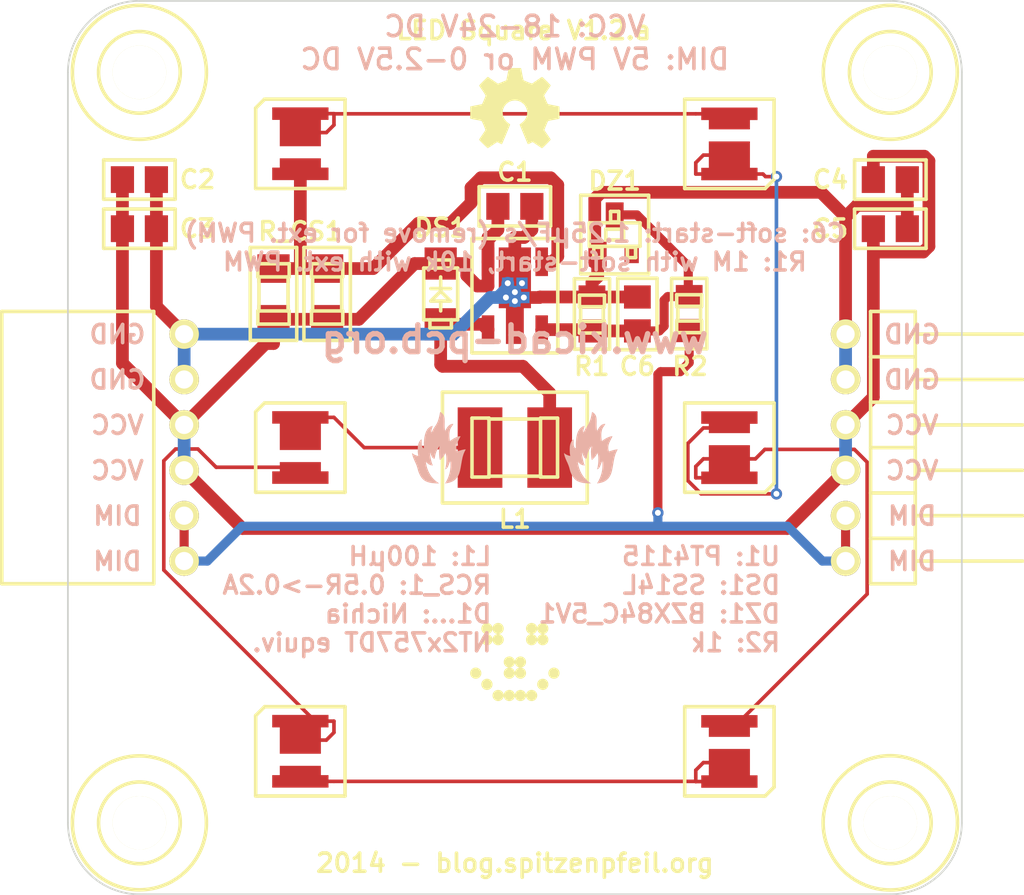
<source format=kicad_pcb>
(kicad_pcb (version 20171130) (host pcbnew "(5.1.12)-1")

  (general
    (thickness 1.6002)
    (drawings 31)
    (tracks 209)
    (zones 0)
    (modules 30)
    (nets 13)
  )

  (page A4)
  (title_block
    (title "LED-Square PT4115")
    (date "13 Sep 2014")
    (rev 1.2.a)
    (company "2014 - blog.spitzenpfeil.org")
  )

  (layers
    (0 Front signal)
    (31 Back signal)
    (36 B.SilkS user)
    (37 F.SilkS user hide)
    (38 B.Mask user)
    (39 F.Mask user)
    (44 Edge.Cuts user)
  )

  (setup
    (last_trace_width 0.2032)
    (user_trace_width 0.2032)
    (user_trace_width 0.508)
    (user_trace_width 0.7112)
    (trace_clearance 0.2032)
    (zone_clearance 0.3)
    (zone_45_only no)
    (trace_min 0.2032)
    (via_size 0.635)
    (via_drill 0.3302)
    (via_min_size 0.635)
    (via_min_drill 0.3302)
    (user_via 0.635 0.3302)
    (user_via 0.889 0.508)
    (uvia_size 0.508)
    (uvia_drill 0.127)
    (uvias_allowed no)
    (uvia_min_size 0.508)
    (uvia_min_drill 0.127)
    (edge_width 0.2)
    (segment_width 0.2)
    (pcb_text_width 0.2)
    (pcb_text_size 1 1)
    (mod_edge_width 0.2)
    (mod_text_size 1 1)
    (mod_text_width 0.2)
    (pad_size 1.651 1.651)
    (pad_drill 1.016)
    (pad_to_mask_clearance 0)
    (aux_axis_origin 0 0)
    (visible_elements 7FFFFF7F)
    (pcbplotparams
      (layerselection 0x010f0_80000001)
      (usegerberextensions true)
      (usegerberattributes true)
      (usegerberadvancedattributes true)
      (creategerberjobfile true)
      (excludeedgelayer true)
      (linewidth 0.150000)
      (plotframeref false)
      (viasonmask false)
      (mode 1)
      (useauxorigin false)
      (hpglpennumber 1)
      (hpglpenspeed 20)
      (hpglpendiameter 15.000000)
      (psnegative false)
      (psa4output false)
      (plotreference true)
      (plotvalue true)
      (plotinvisibletext false)
      (padsonsilk false)
      (subtractmaskfromsilk true)
      (outputformat 1)
      (mirror false)
      (drillshape 0)
      (scaleselection 1)
      (outputdirectory "gerber_files/"))
  )

  (net 0 "")
  (net 1 /CSN)
  (net 2 /D1HS)
  (net 3 /D2HS)
  (net 4 /D3HS)
  (net 5 /D4HS)
  (net 6 /D5HS)
  (net 7 /D6HS)
  (net 8 /DIM)
  (net 9 /SW)
  (net 10 /_dim)
  (net 11 GND)
  (net 12 VCC)

  (net_class Default "This is the default net class."
    (clearance 0.2032)
    (trace_width 0.2032)
    (via_dia 0.635)
    (via_drill 0.3302)
    (uvia_dia 0.508)
    (uvia_drill 0.127)
    (add_net /CSN)
    (add_net /D1HS)
    (add_net /D2HS)
    (add_net /D3HS)
    (add_net /D4HS)
    (add_net /D5HS)
    (add_net /D6HS)
    (add_net /DIM)
    (add_net /_dim)
  )

  (net_class POWER ""
    (clearance 0.2032)
    (trace_width 0.7112)
    (via_dia 0.889)
    (via_drill 0.508)
    (uvia_dia 0.508)
    (uvia_drill 0.127)
    (add_net /SW)
    (add_net GND)
    (add_net VCC)
  )

  (module MADW__SOT89-5 (layer Front) (tedit 5318AA92) (tstamp 50A904DC)
    (at 87 111.5)
    (path /506F3463)
    (fp_text reference U1 (at 0 4.49834) (layer F.SilkS) hide
      (effects (font (size 1.016 1.016) (thickness 0.2032)))
    )
    (fp_text value PT4115-SOT89-5 (at 3.70078 -0.40132 90) (layer F.SilkS) hide
      (effects (font (size 1.016 1.016) (thickness 0.2032)))
    )
    (fp_line (start -2.4003 3.2004) (end -2.4003 -3.2004) (layer F.SilkS) (width 0.2))
    (fp_line (start 2.4003 3.2004) (end -2.4003 3.2004) (layer F.SilkS) (width 0.2))
    (fp_line (start 2.4003 -3.2004) (end 2.4003 3.2004) (layer F.SilkS) (width 0.2))
    (fp_line (start -2.4003 -3.2004) (end 2.4003 -3.2004) (layer F.SilkS) (width 0.2))
    (pad 1 smd rect (at -1.50114 1.89992) (size 0.70104 1.6002) (layers Front F.Mask)
      (net 9 /SW) (clearance 0.39878))
    (pad 2 smd rect (at 0 1.6002) (size 1.00076 2.19964) (layers Front F.Mask)
      (net 11 GND) (clearance 0.39878))
    (pad 3 smd rect (at 1.50114 1.89992) (size 0.70104 1.6002) (layers Front F.Mask)
      (net 10 /_dim) (clearance 0.39878))
    (pad 4 smd rect (at 1.50114 -1.89992) (size 0.70104 1.6002) (layers Front F.Mask)
      (net 1 /CSN))
    (pad 5 smd rect (at -1.50114 -1.89992) (size 0.70104 1.6002) (layers Front F.Mask)
      (net 12 VCC))
    (pad 2 smd rect (at 0 -1.00076) (size 1.80086 3.40106) (layers Front F.Mask)
      (net 11 GND) (clearance 0.20066))
    (pad 2 thru_hole rect (at -0.50038 0.09906) (size 0.635 0.635) (drill 0.3302) (layers *.Cu F.Mask)
      (net 11 GND) (zone_connect 2))
    (pad 2 thru_hole rect (at 0.50038 0.09906) (size 0.635 0.635) (drill 0.3302) (layers *.Cu F.Mask)
      (net 11 GND) (zone_connect 2))
    (pad 2 thru_hole rect (at 0.39878 -0.70104) (size 0.635 0.635) (drill 0.3302) (layers *.Cu F.Mask)
      (net 11 GND) (zone_connect 2))
    (pad 2 thru_hole rect (at -0.39878 -0.70104) (size 0.635 0.635) (drill 0.3302) (layers *.Cu F.Mask)
      (net 11 GND) (zone_connect 2))
    (pad 2 thru_hole rect (at 0 -0.20066) (size 0.635 0.635) (drill 0.3302) (layers *.Cu F.Mask)
      (net 11 GND) (zone_connect 2))
    (pad 2 thru_hole rect (at 0 0.29972) (size 0.635 0.635) (drill 0.3302) (layers *.Cu F.Mask)
      (net 11 GND) (zone_connect 2))
  )

  (module my_parts:MADW__Nichia-NT2x757DT (layer Front) (tedit 53173E9B) (tstamp 506F3C88)
    (at 75.0011 120 270)
    (path /506F398D)
    (solder_paste_ratio -0.1)
    (fp_text reference D6 (at 0 -3.6 270) (layer F.SilkS) hide
      (effects (font (size 1 1) (thickness 0.2)))
    )
    (fp_text value LED (at 0 3.7 270) (layer F.SilkS) hide
      (effects (font (size 1 1) (thickness 0.2)))
    )
    (fp_line (start -1.5 -1.5) (end 1.5 -1.5) (layer Dwgs.User) (width 0.2))
    (fp_line (start 1.5 -1.5) (end 1.5 1.5) (layer Dwgs.User) (width 0.2))
    (fp_line (start -1.1 0) (end -0.4 0) (layer Dwgs.User) (width 0.2))
    (fp_line (start -0.5 0.8) (end -0.5 -0.8) (layer Dwgs.User) (width 0.2))
    (fp_line (start 0.5 0.8) (end -0.5 0) (layer Dwgs.User) (width 0.2))
    (fp_line (start 0.5 -0.8) (end 0.5 0.8) (layer Dwgs.User) (width 0.2))
    (fp_line (start -0.5 0) (end 0.5 -0.8) (layer Dwgs.User) (width 0.2))
    (fp_line (start 1.1 0) (end 0.6 0) (layer Dwgs.User) (width 0.2))
    (fp_line (start 1.3 -1.14) (end 1.3 1.14) (layer Cmts.User) (width 0.1))
    (fp_line (start 0.82 -1.14) (end 1.3 -1.14) (layer Cmts.User) (width 0.1))
    (fp_line (start 0.82 1.14) (end 0.82 -1.14) (layer Cmts.User) (width 0.1))
    (fp_line (start 1.3 1.14) (end 0.82 1.14) (layer Cmts.User) (width 0.1))
    (fp_line (start -1.3 1.14) (end -1.3 -1.14) (layer Cmts.User) (width 0.1))
    (fp_line (start 0.12 1.14) (end -1.3 1.14) (layer Cmts.User) (width 0.1))
    (fp_line (start 0.12 -1.14) (end 0.12 1.14) (layer Cmts.User) (width 0.1))
    (fp_line (start -1.3 -1.14) (end 0.12 -1.14) (layer Cmts.User) (width 0.1))
    (fp_line (start -1.5 1.5) (end -1.5 -1.5) (layer Dwgs.User) (width 0.2))
    (fp_line (start 1.5 1.5) (end -1.5 1.5) (layer Dwgs.User) (width 0.2))
    (fp_line (start -2.5 2) (end -2.5 -2.5) (layer F.SilkS) (width 0.2))
    (fp_line (start -2 2.5) (end -2.5 2) (layer F.SilkS) (width 0.2))
    (fp_line (start 2.5 2.5) (end -2 2.5) (layer F.SilkS) (width 0.2))
    (fp_line (start 2.5 -2.5) (end 2.5 2.5) (layer F.SilkS) (width 0.2))
    (fp_line (start -2.5 -2.5) (end 2.5 -2.5) (layer F.SilkS) (width 0.2))
    (pad 2 smd rect (at -0.63 0 270) (size 1.53 2.3) (layers Front F.Mask)
      (net 7 /D6HS))
    (pad 2 smd rect (at -1.69 0 270) (size 0.7 3.15) (layers Front F.Mask)
      (net 7 /D6HS))
    (pad 1 smd rect (at 1.1 0 270) (size 0.58 2.3) (layers Front F.Mask)
      (net 6 /D5HS))
    (pad 1 smd rect (at 1.68 0 270) (size 0.7 3.15) (layers Front F.Mask)
      (net 6 /D5HS))
  )

  (module my_parts:MADW__R0805 (layer Front) (tedit 53174C9F) (tstamp 50A1E8E1)
    (at 96.75 112.5 90)
    (descr RESISTOR)
    (tags RESISTOR)
    (path /509FF5DB)
    (attr smd)
    (fp_text reference R2 (at -2.95 0.05 180) (layer F.SilkS)
      (effects (font (size 1 1) (thickness 0.2)))
    )
    (fp_text value 1k (at 0 1.9 90) (layer F.SilkS) hide
      (effects (font (size 1 1) (thickness 0.2)))
    )
    (fp_line (start -1.97104 0.98298) (end -1.97104 -0.98298) (layer F.SilkS) (width 0.2))
    (fp_line (start 1.97104 0.98298) (end -1.97104 0.98298) (layer F.SilkS) (width 0.2))
    (fp_line (start 1.97104 -0.98298) (end 1.97104 0.98298) (layer F.SilkS) (width 0.2))
    (fp_line (start -1.97104 -0.98298) (end 1.97104 -0.98298) (layer F.SilkS) (width 0.2))
    (fp_line (start -0.40894 0.635) (end 0.40894 0.635) (layer F.SilkS) (width 0.2))
    (fp_line (start -0.40894 -0.635) (end 0.40894 -0.635) (layer F.SilkS) (width 0.2))
    (fp_line (start -1.0668 0.6985) (end -1.0668 -0.70104) (layer F.SilkS) (width 0.2))
    (fp_line (start -1.0668 -0.70104) (end -0.41656 -0.70104) (layer F.SilkS) (width 0.2))
    (fp_line (start -0.41656 0.6985) (end -0.41656 -0.70104) (layer F.SilkS) (width 0.2))
    (fp_line (start -1.0668 0.6985) (end -0.41656 0.6985) (layer F.SilkS) (width 0.2))
    (fp_line (start 0.4064 0.6985) (end 0.4064 -0.70104) (layer F.SilkS) (width 0.2))
    (fp_line (start 0.4064 -0.70104) (end 1.0541 -0.70104) (layer F.SilkS) (width 0.2))
    (fp_line (start 1.0541 0.6985) (end 1.0541 -0.70104) (layer F.SilkS) (width 0.2))
    (fp_line (start 0.4064 0.6985) (end 1.0541 0.6985) (layer F.SilkS) (width 0.2))
    (pad 1 smd rect (at -0.94996 0 90) (size 1.29794 1.4986) (layers Front F.Mask)
      (net 8 /DIM))
    (pad 2 smd rect (at 0.94996 0 90) (size 1.29794 1.4986) (layers Front F.Mask)
      (net 10 /_dim))
  )

  (module MADW__edge-connector_SIL6_male (layer Front) (tedit 5127AE34) (tstamp 50856FC0)
    (at 105.499 120 180)
    (path /508570CC)
    (fp_text reference P2 (at -2.6011 -9.00024 180) (layer F.SilkS) hide
      (effects (font (size 1 1) (thickness 0.2)))
    )
    (fp_text value OUT (at -2.6011 8.74976 180) (layer F.SilkS) hide
      (effects (font (size 1 1) (thickness 0.2)))
    )
    (fp_line (start -1.39954 0) (end -3.8989 0) (layer F.SilkS) (width 0.2))
    (fp_line (start -1.39954 -2.54) (end -3.8989 -2.54) (layer F.SilkS) (width 0.2))
    (fp_line (start -1.39954 -5.08) (end -3.8989 -5.08) (layer F.SilkS) (width 0.2))
    (fp_line (start -1.39954 2.54) (end -3.8989 2.54) (layer F.SilkS) (width 0.2))
    (fp_line (start -1.39954 5.08) (end -3.8989 5.08) (layer F.SilkS) (width 0.2))
    (fp_line (start -3.8989 -6.35) (end -9.90092 -6.35) (layer F.SilkS) (width 0.2))
    (fp_line (start -3.8989 -3.81) (end -9.90092 -3.81) (layer F.SilkS) (width 0.2))
    (fp_line (start -9.90092 -1.27) (end -3.8989 -1.27) (layer F.SilkS) (width 0.2))
    (fp_line (start -3.8989 1.27) (end -9.90092 1.27) (layer F.SilkS) (width 0.2))
    (fp_line (start -3.8989 3.81) (end -9.90092 3.81) (layer F.SilkS) (width 0.2))
    (fp_line (start -3.8989 6.35) (end -9.90092 6.35) (layer F.SilkS) (width 0.2))
    (fp_line (start -1.39954 -7.62) (end -1.39954 7.62) (layer F.SilkS) (width 0.2))
    (fp_line (start -1.39954 7.62) (end -3.8989 7.62) (layer F.SilkS) (width 0.2))
    (fp_line (start -1.39954 -7.62) (end -3.8989 -7.62) (layer F.SilkS) (width 0.2))
    (fp_line (start -3.8989 7.62) (end -3.8989 -7.62) (layer F.SilkS) (width 0.2))
    (pad 3 thru_hole circle (at 0 -1.27 180) (size 1.651 1.651) (drill 1.016) (layers *.Cu *.Mask F.SilkS)
      (net 12 VCC))
    (pad 4 thru_hole circle (at 0 1.27 180) (size 1.651 1.651) (drill 1.016) (layers *.Cu *.Mask F.SilkS)
      (net 12 VCC))
    (pad 2 thru_hole circle (at 0 -3.81 180) (size 1.651 1.651) (drill 1.016) (layers *.Cu *.Mask F.SilkS)
      (net 8 /DIM))
    (pad 1 thru_hole circle (at 0 -6.35 180) (size 1.651 1.651) (drill 1.016) (layers *.Cu *.Mask F.SilkS)
      (net 8 /DIM))
    (pad 5 thru_hole circle (at 0 3.81 180) (size 1.651 1.651) (drill 1.016) (layers *.Cu *.Mask F.SilkS)
      (net 11 GND))
    (pad 6 thru_hole circle (at 0 6.35 180) (size 1.651 1.651) (drill 1.016) (layers *.Cu *.Mask F.SilkS)
      (net 11 GND))
    (model Pin_Headers/Pin_Header_Angled_1x06.wrl
      (at (xyz 0 0 0))
      (scale (xyz 1 1 1))
      (rotate (xyz 0 0 -90))
    )
  )

  (module MADW__mounting_hole_3mm (layer Front) (tedit 53171D0D) (tstamp 506F6281)
    (at 108.001 98.999)
    (descr "module 1 pin (ou trou mecanique de percage)")
    (tags DEV)
    (path /506F621C)
    (fp_text reference MH2 (at 0.01 -3.45) (layer F.SilkS) hide
      (effects (font (size 1 1) (thickness 0.2)))
    )
    (fp_text value CONN_1 (at 0.01 3.61) (layer F.SilkS) hide
      (effects (font (size 1 1) (thickness 0.2)))
    )
    (fp_circle (center 0 0) (end 0 -2.286) (layer F.SilkS) (width 0.2))
    (pad "" np_thru_hole circle (at 0 0) (size 3 3) (drill 3) (layers *.Cu *.Mask F.SilkS)
      (clearance 2.55))
  )

  (module MADW__mounting_hole_3mm (layer Front) (tedit 53171D19) (tstamp 506F6285)
    (at 65.9994 141)
    (descr "module 1 pin (ou trou mecanique de percage)")
    (tags DEV)
    (path /506F6221)
    (fp_text reference MH4 (at 0.01 -3.45) (layer F.SilkS) hide
      (effects (font (size 1 1) (thickness 0.2)))
    )
    (fp_text value CONN_1 (at 0.01 3.61) (layer F.SilkS) hide
      (effects (font (size 1 1) (thickness 0.2)))
    )
    (fp_circle (center 0 0) (end 0 -2.286) (layer F.SilkS) (width 0.2))
    (pad "" np_thru_hole circle (at 0 0) (size 3 3) (drill 3) (layers *.Cu *.Mask F.SilkS)
      (clearance 2.55))
  )

  (module MADW__mounting_hole_3mm (layer Front) (tedit 53171D26) (tstamp 506F6283)
    (at 108.001 141)
    (descr "module 1 pin (ou trou mecanique de percage)")
    (tags DEV)
    (path /506F621F)
    (fp_text reference MH3 (at 0.01 -3.45) (layer F.SilkS) hide
      (effects (font (size 1 1) (thickness 0.2)))
    )
    (fp_text value CONN_1 (at 0.01 3.61) (layer F.SilkS) hide
      (effects (font (size 1 1) (thickness 0.2)))
    )
    (fp_circle (center 0 0) (end 0 -2.286) (layer F.SilkS) (width 0.2))
    (pad "" np_thru_hole circle (at 0 0) (size 3 3) (drill 3) (layers *.Cu *.Mask F.SilkS)
      (clearance 2.55))
  )

  (module MADW__mounting_hole_3mm (layer Front) (tedit 53171CFA) (tstamp 50A91C1C)
    (at 65.9994 98.999)
    (descr "module 1 pin (ou trou mecanique de percage)")
    (tags DEV)
    (path /506F6219)
    (fp_text reference MH1 (at 0.01 -3.45) (layer F.SilkS) hide
      (effects (font (size 1 1) (thickness 0.2)))
    )
    (fp_text value CONN_1 (at 0.01 3.61) (layer F.SilkS) hide
      (effects (font (size 1 1) (thickness 0.2)))
    )
    (fp_circle (center 0 0) (end 0 -2.286) (layer F.SilkS) (width 0.2))
    (pad "" np_thru_hole circle (at 0 0) (size 3 3) (drill 3) (layers *.Cu *.Mask F.SilkS)
      (clearance 2.55))
  )

  (module my_parts:MADW__diode_sub-SMA (layer Front) (tedit 53172F9B) (tstamp 506F6E30)
    (at 82.85 111.4 90)
    (path /506F350F)
    (fp_text reference DS1 (at 3.7 0 180) (layer F.SilkS)
      (effects (font (size 1 1) (thickness 0.2)))
    )
    (fp_text value "SS14L (40V, 1A)" (at 0 2.15 90) (layer F.SilkS) hide
      (effects (font (size 1 1) (thickness 0.2)))
    )
    (fp_line (start -1.45 0.95) (end -1.45 -0.95) (layer F.SilkS) (width 0.2))
    (fp_line (start 1.45 0.95) (end -1.45 0.95) (layer F.SilkS) (width 0.2))
    (fp_line (start 1.45 -0.95) (end 1.45 0.95) (layer F.SilkS) (width 0.2))
    (fp_line (start -1.45 -0.95) (end 1.45 -0.95) (layer F.SilkS) (width 0.2))
    (fp_line (start -1.9 0.6) (end -1.45 0.6) (layer F.SilkS) (width 0.2))
    (fp_line (start -1.9 -0.6) (end -1.9 0.6) (layer F.SilkS) (width 0.2))
    (fp_line (start -1.45 -0.6) (end -1.9 -0.6) (layer F.SilkS) (width 0.2))
    (fp_line (start 1.9 0.6) (end 1.45 0.6) (layer F.SilkS) (width 0.2))
    (fp_line (start 1.9 -0.6) (end 1.9 0.6) (layer F.SilkS) (width 0.2))
    (fp_line (start 1.45 -0.6) (end 1.9 -0.6) (layer F.SilkS) (width 0.2))
    (fp_line (start 0.3 -0.55) (end 0.3 0.55) (layer F.SilkS) (width 0.2))
    (fp_line (start -0.4 0.55) (end 0.15 0) (layer F.SilkS) (width 0.2))
    (fp_line (start -0.4 -0.55) (end -0.4 0.55) (layer F.SilkS) (width 0.2))
    (fp_line (start 0.15 0) (end -0.4 -0.55) (layer F.SilkS) (width 0.2))
    (fp_line (start 0.3 0) (end 0.95 0) (layer F.SilkS) (width 0.2))
    (fp_line (start -0.95 0) (end -0.4 0) (layer F.SilkS) (width 0.2))
    (pad 1 smd rect (at -1.7 0 90) (size 1.8 1.8) (layers Front F.Mask)
      (net 9 /SW))
    (pad 2 smd rect (at 1.7 0 90) (size 1.8 1.8) (layers Front F.Mask)
      (net 12 VCC))
  )

  (module my_parts:MADW__C0805 (layer Front) (tedit 53172EDC) (tstamp 506F3C8A)
    (at 87 106.5)
    (descr CAPACITOR)
    (tags CAPACITOR)
    (path /506F358E)
    (attr smd)
    (fp_text reference C1 (at 0 -1.92) (layer F.SilkS)
      (effects (font (size 1 1) (thickness 0.2)))
    )
    (fp_text value 10µF (at 0 2.2) (layer F.SilkS) hide
      (effects (font (size 1 1) (thickness 0.2)))
    )
    (fp_line (start -1 0.63) (end -1 -0.63) (layer Dwgs.User) (width 0.2))
    (fp_line (start 1 0.63) (end -1 0.63) (layer Dwgs.User) (width 0.2))
    (fp_line (start 1 -0.63) (end 1 0.63) (layer Dwgs.User) (width 0.2))
    (fp_line (start -1 -0.63) (end 1 -0.63) (layer Dwgs.User) (width 0.2))
    (fp_line (start 0.2 0) (end 0.6 0) (layer Dwgs.User) (width 0.1))
    (fp_line (start -0.2 0) (end -0.6 0) (layer Dwgs.User) (width 0.1))
    (fp_line (start -0.2 -0.4) (end -0.2 0.4) (layer Dwgs.User) (width 0.1))
    (fp_line (start 0.2 -0.4) (end 0.2 0.4) (layer Dwgs.User) (width 0.1))
    (fp_line (start -2 1.1) (end -2 -1.1) (layer F.SilkS) (width 0.2))
    (fp_line (start 2 1.1) (end -2 1.1) (layer F.SilkS) (width 0.2))
    (fp_line (start 2 -1.1) (end 2 1.1) (layer F.SilkS) (width 0.2))
    (fp_line (start 2 -1.1) (end -2 -1.1) (layer F.SilkS) (width 0.2))
    (pad 1 smd rect (at -0.94996 0) (size 1.29794 1.4986) (layers Front F.Mask)
      (net 12 VCC))
    (pad 2 smd rect (at 0.94996 0) (size 1.29794 1.4986) (layers Front F.Mask)
      (net 11 GND))
  )

  (module my_parts:MADW__SOT23 (layer Front) (tedit 53174DF9) (tstamp 5)
    (at 92.583 108.077)
    (descr "SMALL OUTLINE TRANSISTOR")
    (tags "SMALL OUTLINE TRANSISTOR")
    (path /50A00A38)
    (attr smd)
    (fp_text reference DZ1 (at 0 -3) (layer F.SilkS)
      (effects (font (size 1 1) (thickness 0.2)))
    )
    (fp_text value BZX84C_5V1 (at 0 3.2) (layer F.SilkS) hide
      (effects (font (size 1 1) (thickness 0.2)))
    )
    (fp_line (start -1.41986 -0.65786) (end 1.41986 -0.65786) (layer F.SilkS) (width 0.2))
    (fp_line (start -1.41986 0.65786) (end -1.41986 -0.65786) (layer F.SilkS) (width 0.2))
    (fp_line (start 1.41986 0.65786) (end -1.41986 0.65786) (layer F.SilkS) (width 0.2))
    (fp_line (start 1.41986 -0.65786) (end 1.41986 0.65786) (layer F.SilkS) (width 0.2))
    (fp_line (start -0.49784 0.29972) (end -0.49784 -0.29972) (layer F.SilkS) (width 0.2))
    (fp_line (start -0.49784 -0.29972) (end 0.49784 -0.29972) (layer F.SilkS) (width 0.2))
    (fp_line (start 0.49784 0.29972) (end 0.49784 -0.29972) (layer F.SilkS) (width 0.2))
    (fp_line (start -0.49784 0.29972) (end 0.49784 0.29972) (layer F.SilkS) (width 0.2))
    (fp_line (start -1.1684 1.29286) (end -1.1684 0.7112) (layer F.SilkS) (width 0.2))
    (fp_line (start -1.1684 0.7112) (end -0.7112 0.7112) (layer F.SilkS) (width 0.2))
    (fp_line (start -0.7112 1.29286) (end -0.7112 0.7112) (layer F.SilkS) (width 0.2))
    (fp_line (start -1.1684 1.29286) (end -0.7112 1.29286) (layer F.SilkS) (width 0.2))
    (fp_line (start 0.7112 1.29286) (end 0.7112 0.7112) (layer F.SilkS) (width 0.2))
    (fp_line (start 0.7112 0.7112) (end 1.1684 0.7112) (layer F.SilkS) (width 0.2))
    (fp_line (start 1.1684 1.29286) (end 1.1684 0.7112) (layer F.SilkS) (width 0.2))
    (fp_line (start 0.7112 1.29286) (end 1.1684 1.29286) (layer F.SilkS) (width 0.2))
    (fp_line (start -0.2286 -0.7112) (end -0.2286 -1.29286) (layer F.SilkS) (width 0.2))
    (fp_line (start -0.2286 -1.29286) (end 0.2286 -1.29286) (layer F.SilkS) (width 0.2))
    (fp_line (start 0.2286 -0.7112) (end 0.2286 -1.29286) (layer F.SilkS) (width 0.2))
    (fp_line (start -0.2286 -0.7112) (end 0.2286 -0.7112) (layer F.SilkS) (width 0.2))
    (fp_line (start -1.9 -2.2) (end 1.9 -2.2) (layer F.SilkS) (width 0.2))
    (fp_line (start -1.9 2.2) (end -1.9 -2.2) (layer F.SilkS) (width 0.2))
    (fp_line (start 1.9 2.2) (end -1.9 2.2) (layer F.SilkS) (width 0.2))
    (fp_line (start 1.9 -2.2) (end 1.9 2.2) (layer F.SilkS) (width 0.2))
    (pad 1 smd rect (at -0.95 1.1) (size 1 1.4) (layers Front F.Mask)
      (net 11 GND))
    (pad 2 smd rect (at 0.95 1.1) (size 0.8 1) (layers Front F.Mask))
    (pad 3 smd rect (at 0 -1.1) (size 1 1.4) (layers Front F.Mask)
      (net 10 /_dim))
  )

  (module my_parts:MADW__C0805 (layer Front) (tedit 53173487) (tstamp 50877229)
    (at 108.001 107.749)
    (descr CAPACITOR)
    (tags CAPACITOR)
    (path /50877174)
    (attr smd)
    (fp_text reference C5 (at -3.3508 0.00066) (layer F.SilkS)
      (effects (font (size 1 1) (thickness 0.2)))
    )
    (fp_text value 10µF (at 0 2.2) (layer F.SilkS) hide
      (effects (font (size 1 1) (thickness 0.2)))
    )
    (fp_line (start -1 0.63) (end -1 -0.63) (layer Dwgs.User) (width 0.2))
    (fp_line (start 1 0.63) (end -1 0.63) (layer Dwgs.User) (width 0.2))
    (fp_line (start 1 -0.63) (end 1 0.63) (layer Dwgs.User) (width 0.2))
    (fp_line (start -1 -0.63) (end 1 -0.63) (layer Dwgs.User) (width 0.2))
    (fp_line (start 0.2 0) (end 0.6 0) (layer Dwgs.User) (width 0.1))
    (fp_line (start -0.2 0) (end -0.6 0) (layer Dwgs.User) (width 0.1))
    (fp_line (start -0.2 -0.4) (end -0.2 0.4) (layer Dwgs.User) (width 0.1))
    (fp_line (start 0.2 -0.4) (end 0.2 0.4) (layer Dwgs.User) (width 0.1))
    (fp_line (start -2 1.1) (end -2 -1.1) (layer F.SilkS) (width 0.2))
    (fp_line (start 2 1.1) (end -2 1.1) (layer F.SilkS) (width 0.2))
    (fp_line (start 2 -1.1) (end 2 1.1) (layer F.SilkS) (width 0.2))
    (fp_line (start 2 -1.1) (end -2 -1.1) (layer F.SilkS) (width 0.2))
    (pad 1 smd rect (at -0.94996 0) (size 1.29794 1.4986) (layers Front F.Mask)
      (net 12 VCC))
    (pad 2 smd rect (at 0.94996 0) (size 1.29794 1.4986) (layers Front F.Mask)
      (net 11 GND))
  )

  (module my_parts:MADW__C0805 (layer Front) (tedit 53173482) (tstamp 50877227)
    (at 108.001 105.001)
    (descr CAPACITOR)
    (tags CAPACITOR)
    (path /50877171)
    (attr smd)
    (fp_text reference C4 (at -3.3508 -0.00106) (layer F.SilkS)
      (effects (font (size 1 1) (thickness 0.2)))
    )
    (fp_text value 10µF (at 0 2.2) (layer F.SilkS) hide
      (effects (font (size 1 1) (thickness 0.2)))
    )
    (fp_line (start -1 0.63) (end -1 -0.63) (layer Dwgs.User) (width 0.2))
    (fp_line (start 1 0.63) (end -1 0.63) (layer Dwgs.User) (width 0.2))
    (fp_line (start 1 -0.63) (end 1 0.63) (layer Dwgs.User) (width 0.2))
    (fp_line (start -1 -0.63) (end 1 -0.63) (layer Dwgs.User) (width 0.2))
    (fp_line (start 0.2 0) (end 0.6 0) (layer Dwgs.User) (width 0.1))
    (fp_line (start -0.2 0) (end -0.6 0) (layer Dwgs.User) (width 0.1))
    (fp_line (start -0.2 -0.4) (end -0.2 0.4) (layer Dwgs.User) (width 0.1))
    (fp_line (start 0.2 -0.4) (end 0.2 0.4) (layer Dwgs.User) (width 0.1))
    (fp_line (start -2 1.1) (end -2 -1.1) (layer F.SilkS) (width 0.2))
    (fp_line (start 2 1.1) (end -2 1.1) (layer F.SilkS) (width 0.2))
    (fp_line (start 2 -1.1) (end 2 1.1) (layer F.SilkS) (width 0.2))
    (fp_line (start 2 -1.1) (end -2 -1.1) (layer F.SilkS) (width 0.2))
    (pad 1 smd rect (at -0.94996 0) (size 1.29794 1.4986) (layers Front F.Mask)
      (net 12 VCC))
    (pad 2 smd rect (at 0.94996 0) (size 1.29794 1.4986) (layers Front F.Mask)
      (net 11 GND))
  )

  (module my_parts:MADW__C0805 (layer Front) (tedit 5317347C) (tstamp 50877225)
    (at 65.9994 107.749)
    (descr CAPACITOR)
    (tags CAPACITOR)
    (path /5087716E)
    (attr smd)
    (fp_text reference C3 (at 3.25064 0.00066) (layer F.SilkS)
      (effects (font (size 1 1) (thickness 0.2)))
    )
    (fp_text value 10µF (at 0 2.2) (layer F.SilkS) hide
      (effects (font (size 1 1) (thickness 0.2)))
    )
    (fp_line (start -1 0.63) (end -1 -0.63) (layer Dwgs.User) (width 0.2))
    (fp_line (start 1 0.63) (end -1 0.63) (layer Dwgs.User) (width 0.2))
    (fp_line (start 1 -0.63) (end 1 0.63) (layer Dwgs.User) (width 0.2))
    (fp_line (start -1 -0.63) (end 1 -0.63) (layer Dwgs.User) (width 0.2))
    (fp_line (start 0.2 0) (end 0.6 0) (layer Dwgs.User) (width 0.1))
    (fp_line (start -0.2 0) (end -0.6 0) (layer Dwgs.User) (width 0.1))
    (fp_line (start -0.2 -0.4) (end -0.2 0.4) (layer Dwgs.User) (width 0.1))
    (fp_line (start 0.2 -0.4) (end 0.2 0.4) (layer Dwgs.User) (width 0.1))
    (fp_line (start -2 1.1) (end -2 -1.1) (layer F.SilkS) (width 0.2))
    (fp_line (start 2 1.1) (end -2 1.1) (layer F.SilkS) (width 0.2))
    (fp_line (start 2 -1.1) (end 2 1.1) (layer F.SilkS) (width 0.2))
    (fp_line (start 2 -1.1) (end -2 -1.1) (layer F.SilkS) (width 0.2))
    (pad 1 smd rect (at -0.94996 0) (size 1.29794 1.4986) (layers Front F.Mask)
      (net 12 VCC))
    (pad 2 smd rect (at 0.94996 0) (size 1.29794 1.4986) (layers Front F.Mask)
      (net 11 GND))
  )

  (module my_parts:MADW__C0805 (layer Front) (tedit 53173475) (tstamp 50877223)
    (at 65.9994 105.001)
    (descr CAPACITOR)
    (tags CAPACITOR)
    (path /50877166)
    (attr smd)
    (fp_text reference C2 (at 3.25064 -0.00106) (layer F.SilkS)
      (effects (font (size 1 1) (thickness 0.2)))
    )
    (fp_text value 10µF (at 0 2.2) (layer F.SilkS) hide
      (effects (font (size 1 1) (thickness 0.2)))
    )
    (fp_line (start -1 0.63) (end -1 -0.63) (layer Dwgs.User) (width 0.2))
    (fp_line (start 1 0.63) (end -1 0.63) (layer Dwgs.User) (width 0.2))
    (fp_line (start 1 -0.63) (end 1 0.63) (layer Dwgs.User) (width 0.2))
    (fp_line (start -1 -0.63) (end 1 -0.63) (layer Dwgs.User) (width 0.2))
    (fp_line (start 0.2 0) (end 0.6 0) (layer Dwgs.User) (width 0.1))
    (fp_line (start -0.2 0) (end -0.6 0) (layer Dwgs.User) (width 0.1))
    (fp_line (start -0.2 -0.4) (end -0.2 0.4) (layer Dwgs.User) (width 0.1))
    (fp_line (start 0.2 -0.4) (end 0.2 0.4) (layer Dwgs.User) (width 0.1))
    (fp_line (start -2 1.1) (end -2 -1.1) (layer F.SilkS) (width 0.2))
    (fp_line (start 2 1.1) (end -2 1.1) (layer F.SilkS) (width 0.2))
    (fp_line (start 2 -1.1) (end 2 1.1) (layer F.SilkS) (width 0.2))
    (fp_line (start 2 -1.1) (end -2 -1.1) (layer F.SilkS) (width 0.2))
    (pad 1 smd rect (at -0.94996 0) (size 1.29794 1.4986) (layers Front F.Mask)
      (net 12 VCC))
    (pad 2 smd rect (at 0.94996 0) (size 1.29794 1.4986) (layers Front F.Mask)
      (net 11 GND))
  )

  (module my_parts:MADW__Nichia-NT2x757DT (layer Front) (tedit 53173E9B) (tstamp 506F3C84)
    (at 75.0011 137 270)
    (path /506F398B)
    (solder_paste_ratio -0.1)
    (fp_text reference D5 (at 0 -3.6 270) (layer F.SilkS) hide
      (effects (font (size 1 1) (thickness 0.2)))
    )
    (fp_text value LED (at 0 3.7 270) (layer F.SilkS) hide
      (effects (font (size 1 1) (thickness 0.2)))
    )
    (fp_line (start -1.5 -1.5) (end 1.5 -1.5) (layer Dwgs.User) (width 0.2))
    (fp_line (start 1.5 -1.5) (end 1.5 1.5) (layer Dwgs.User) (width 0.2))
    (fp_line (start -1.1 0) (end -0.4 0) (layer Dwgs.User) (width 0.2))
    (fp_line (start -0.5 0.8) (end -0.5 -0.8) (layer Dwgs.User) (width 0.2))
    (fp_line (start 0.5 0.8) (end -0.5 0) (layer Dwgs.User) (width 0.2))
    (fp_line (start 0.5 -0.8) (end 0.5 0.8) (layer Dwgs.User) (width 0.2))
    (fp_line (start -0.5 0) (end 0.5 -0.8) (layer Dwgs.User) (width 0.2))
    (fp_line (start 1.1 0) (end 0.6 0) (layer Dwgs.User) (width 0.2))
    (fp_line (start 1.3 -1.14) (end 1.3 1.14) (layer Cmts.User) (width 0.1))
    (fp_line (start 0.82 -1.14) (end 1.3 -1.14) (layer Cmts.User) (width 0.1))
    (fp_line (start 0.82 1.14) (end 0.82 -1.14) (layer Cmts.User) (width 0.1))
    (fp_line (start 1.3 1.14) (end 0.82 1.14) (layer Cmts.User) (width 0.1))
    (fp_line (start -1.3 1.14) (end -1.3 -1.14) (layer Cmts.User) (width 0.1))
    (fp_line (start 0.12 1.14) (end -1.3 1.14) (layer Cmts.User) (width 0.1))
    (fp_line (start 0.12 -1.14) (end 0.12 1.14) (layer Cmts.User) (width 0.1))
    (fp_line (start -1.3 -1.14) (end 0.12 -1.14) (layer Cmts.User) (width 0.1))
    (fp_line (start -1.5 1.5) (end -1.5 -1.5) (layer Dwgs.User) (width 0.2))
    (fp_line (start 1.5 1.5) (end -1.5 1.5) (layer Dwgs.User) (width 0.2))
    (fp_line (start -2.5 2) (end -2.5 -2.5) (layer F.SilkS) (width 0.2))
    (fp_line (start -2 2.5) (end -2.5 2) (layer F.SilkS) (width 0.2))
    (fp_line (start 2.5 2.5) (end -2 2.5) (layer F.SilkS) (width 0.2))
    (fp_line (start 2.5 -2.5) (end 2.5 2.5) (layer F.SilkS) (width 0.2))
    (fp_line (start -2.5 -2.5) (end 2.5 -2.5) (layer F.SilkS) (width 0.2))
    (pad 2 smd rect (at -0.63 0 270) (size 1.53 2.3) (layers Front F.Mask)
      (net 6 /D5HS))
    (pad 2 smd rect (at -1.69 0 270) (size 0.7 3.15) (layers Front F.Mask)
      (net 6 /D5HS))
    (pad 1 smd rect (at 1.1 0 270) (size 0.58 2.3) (layers Front F.Mask)
      (net 5 /D4HS))
    (pad 1 smd rect (at 1.68 0 270) (size 0.7 3.15) (layers Front F.Mask)
      (net 5 /D4HS))
  )

  (module my_parts:MADW__Nichia-NT2x757DT (layer Front) (tedit 53173E9B) (tstamp 506F6085)
    (at 98.999 103 90)
    (path /506F3981)
    (solder_paste_ratio -0.1)
    (fp_text reference D2 (at 0 -3.6 90) (layer F.SilkS) hide
      (effects (font (size 1 1) (thickness 0.2)))
    )
    (fp_text value LED (at 0 3.7 90) (layer F.SilkS) hide
      (effects (font (size 1 1) (thickness 0.2)))
    )
    (fp_line (start -1.5 -1.5) (end 1.5 -1.5) (layer Dwgs.User) (width 0.2))
    (fp_line (start 1.5 -1.5) (end 1.5 1.5) (layer Dwgs.User) (width 0.2))
    (fp_line (start -1.1 0) (end -0.4 0) (layer Dwgs.User) (width 0.2))
    (fp_line (start -0.5 0.8) (end -0.5 -0.8) (layer Dwgs.User) (width 0.2))
    (fp_line (start 0.5 0.8) (end -0.5 0) (layer Dwgs.User) (width 0.2))
    (fp_line (start 0.5 -0.8) (end 0.5 0.8) (layer Dwgs.User) (width 0.2))
    (fp_line (start -0.5 0) (end 0.5 -0.8) (layer Dwgs.User) (width 0.2))
    (fp_line (start 1.1 0) (end 0.6 0) (layer Dwgs.User) (width 0.2))
    (fp_line (start 1.3 -1.14) (end 1.3 1.14) (layer Cmts.User) (width 0.1))
    (fp_line (start 0.82 -1.14) (end 1.3 -1.14) (layer Cmts.User) (width 0.1))
    (fp_line (start 0.82 1.14) (end 0.82 -1.14) (layer Cmts.User) (width 0.1))
    (fp_line (start 1.3 1.14) (end 0.82 1.14) (layer Cmts.User) (width 0.1))
    (fp_line (start -1.3 1.14) (end -1.3 -1.14) (layer Cmts.User) (width 0.1))
    (fp_line (start 0.12 1.14) (end -1.3 1.14) (layer Cmts.User) (width 0.1))
    (fp_line (start 0.12 -1.14) (end 0.12 1.14) (layer Cmts.User) (width 0.1))
    (fp_line (start -1.3 -1.14) (end 0.12 -1.14) (layer Cmts.User) (width 0.1))
    (fp_line (start -1.5 1.5) (end -1.5 -1.5) (layer Dwgs.User) (width 0.2))
    (fp_line (start 1.5 1.5) (end -1.5 1.5) (layer Dwgs.User) (width 0.2))
    (fp_line (start -2.5 2) (end -2.5 -2.5) (layer F.SilkS) (width 0.2))
    (fp_line (start -2 2.5) (end -2.5 2) (layer F.SilkS) (width 0.2))
    (fp_line (start 2.5 2.5) (end -2 2.5) (layer F.SilkS) (width 0.2))
    (fp_line (start 2.5 -2.5) (end 2.5 2.5) (layer F.SilkS) (width 0.2))
    (fp_line (start -2.5 -2.5) (end 2.5 -2.5) (layer F.SilkS) (width 0.2))
    (pad 2 smd rect (at -0.63 0 90) (size 1.53 2.3) (layers Front F.Mask)
      (net 3 /D2HS))
    (pad 2 smd rect (at -1.69 0 90) (size 0.7 3.15) (layers Front F.Mask)
      (net 3 /D2HS))
    (pad 1 smd rect (at 1.1 0 90) (size 0.58 2.3) (layers Front F.Mask)
      (net 2 /D1HS))
    (pad 1 smd rect (at 1.68 0 90) (size 0.7 3.15) (layers Front F.Mask)
      (net 2 /D1HS))
  )

  (module my_parts:MADW__Nichia-NT2x757DT (layer Front) (tedit 53173E9B) (tstamp 506F3C82)
    (at 98.999 137 90)
    (path /506F398F)
    (solder_paste_ratio -0.1)
    (fp_text reference D4 (at 0 -3.6 90) (layer F.SilkS) hide
      (effects (font (size 1 1) (thickness 0.2)))
    )
    (fp_text value LED (at 0 3.7 90) (layer F.SilkS) hide
      (effects (font (size 1 1) (thickness 0.2)))
    )
    (fp_line (start -1.5 -1.5) (end 1.5 -1.5) (layer Dwgs.User) (width 0.2))
    (fp_line (start 1.5 -1.5) (end 1.5 1.5) (layer Dwgs.User) (width 0.2))
    (fp_line (start -1.1 0) (end -0.4 0) (layer Dwgs.User) (width 0.2))
    (fp_line (start -0.5 0.8) (end -0.5 -0.8) (layer Dwgs.User) (width 0.2))
    (fp_line (start 0.5 0.8) (end -0.5 0) (layer Dwgs.User) (width 0.2))
    (fp_line (start 0.5 -0.8) (end 0.5 0.8) (layer Dwgs.User) (width 0.2))
    (fp_line (start -0.5 0) (end 0.5 -0.8) (layer Dwgs.User) (width 0.2))
    (fp_line (start 1.1 0) (end 0.6 0) (layer Dwgs.User) (width 0.2))
    (fp_line (start 1.3 -1.14) (end 1.3 1.14) (layer Cmts.User) (width 0.1))
    (fp_line (start 0.82 -1.14) (end 1.3 -1.14) (layer Cmts.User) (width 0.1))
    (fp_line (start 0.82 1.14) (end 0.82 -1.14) (layer Cmts.User) (width 0.1))
    (fp_line (start 1.3 1.14) (end 0.82 1.14) (layer Cmts.User) (width 0.1))
    (fp_line (start -1.3 1.14) (end -1.3 -1.14) (layer Cmts.User) (width 0.1))
    (fp_line (start 0.12 1.14) (end -1.3 1.14) (layer Cmts.User) (width 0.1))
    (fp_line (start 0.12 -1.14) (end 0.12 1.14) (layer Cmts.User) (width 0.1))
    (fp_line (start -1.3 -1.14) (end 0.12 -1.14) (layer Cmts.User) (width 0.1))
    (fp_line (start -1.5 1.5) (end -1.5 -1.5) (layer Dwgs.User) (width 0.2))
    (fp_line (start 1.5 1.5) (end -1.5 1.5) (layer Dwgs.User) (width 0.2))
    (fp_line (start -2.5 2) (end -2.5 -2.5) (layer F.SilkS) (width 0.2))
    (fp_line (start -2 2.5) (end -2.5 2) (layer F.SilkS) (width 0.2))
    (fp_line (start 2.5 2.5) (end -2 2.5) (layer F.SilkS) (width 0.2))
    (fp_line (start 2.5 -2.5) (end 2.5 2.5) (layer F.SilkS) (width 0.2))
    (fp_line (start -2.5 -2.5) (end 2.5 -2.5) (layer F.SilkS) (width 0.2))
    (pad 2 smd rect (at -0.63 0 90) (size 1.53 2.3) (layers Front F.Mask)
      (net 5 /D4HS))
    (pad 2 smd rect (at -1.69 0 90) (size 0.7 3.15) (layers Front F.Mask)
      (net 5 /D4HS))
    (pad 1 smd rect (at 1.1 0 90) (size 0.58 2.3) (layers Front F.Mask)
      (net 4 /D3HS))
    (pad 1 smd rect (at 1.68 0 90) (size 0.7 3.15) (layers Front F.Mask)
      (net 4 /D3HS))
  )

  (module my_parts:MADW__Nichia-NT2x757DT (layer Front) (tedit 53173E9B) (tstamp 506F3C86)
    (at 98.999 120 90)
    (path /506F3988)
    (solder_paste_ratio -0.1)
    (fp_text reference D3 (at 0 -3.6 90) (layer F.SilkS) hide
      (effects (font (size 1 1) (thickness 0.2)))
    )
    (fp_text value LED (at 0 3.7 90) (layer F.SilkS) hide
      (effects (font (size 1 1) (thickness 0.2)))
    )
    (fp_line (start -1.5 -1.5) (end 1.5 -1.5) (layer Dwgs.User) (width 0.2))
    (fp_line (start 1.5 -1.5) (end 1.5 1.5) (layer Dwgs.User) (width 0.2))
    (fp_line (start -1.1 0) (end -0.4 0) (layer Dwgs.User) (width 0.2))
    (fp_line (start -0.5 0.8) (end -0.5 -0.8) (layer Dwgs.User) (width 0.2))
    (fp_line (start 0.5 0.8) (end -0.5 0) (layer Dwgs.User) (width 0.2))
    (fp_line (start 0.5 -0.8) (end 0.5 0.8) (layer Dwgs.User) (width 0.2))
    (fp_line (start -0.5 0) (end 0.5 -0.8) (layer Dwgs.User) (width 0.2))
    (fp_line (start 1.1 0) (end 0.6 0) (layer Dwgs.User) (width 0.2))
    (fp_line (start 1.3 -1.14) (end 1.3 1.14) (layer Cmts.User) (width 0.1))
    (fp_line (start 0.82 -1.14) (end 1.3 -1.14) (layer Cmts.User) (width 0.1))
    (fp_line (start 0.82 1.14) (end 0.82 -1.14) (layer Cmts.User) (width 0.1))
    (fp_line (start 1.3 1.14) (end 0.82 1.14) (layer Cmts.User) (width 0.1))
    (fp_line (start -1.3 1.14) (end -1.3 -1.14) (layer Cmts.User) (width 0.1))
    (fp_line (start 0.12 1.14) (end -1.3 1.14) (layer Cmts.User) (width 0.1))
    (fp_line (start 0.12 -1.14) (end 0.12 1.14) (layer Cmts.User) (width 0.1))
    (fp_line (start -1.3 -1.14) (end 0.12 -1.14) (layer Cmts.User) (width 0.1))
    (fp_line (start -1.5 1.5) (end -1.5 -1.5) (layer Dwgs.User) (width 0.2))
    (fp_line (start 1.5 1.5) (end -1.5 1.5) (layer Dwgs.User) (width 0.2))
    (fp_line (start -2.5 2) (end -2.5 -2.5) (layer F.SilkS) (width 0.2))
    (fp_line (start -2 2.5) (end -2.5 2) (layer F.SilkS) (width 0.2))
    (fp_line (start 2.5 2.5) (end -2 2.5) (layer F.SilkS) (width 0.2))
    (fp_line (start 2.5 -2.5) (end 2.5 2.5) (layer F.SilkS) (width 0.2))
    (fp_line (start -2.5 -2.5) (end 2.5 -2.5) (layer F.SilkS) (width 0.2))
    (pad 2 smd rect (at -0.63 0 90) (size 1.53 2.3) (layers Front F.Mask)
      (net 4 /D3HS))
    (pad 2 smd rect (at -1.69 0 90) (size 0.7 3.15) (layers Front F.Mask)
      (net 4 /D3HS))
    (pad 1 smd rect (at 1.1 0 90) (size 0.58 2.3) (layers Front F.Mask)
      (net 3 /D2HS))
    (pad 1 smd rect (at 1.68 0 90) (size 0.7 3.15) (layers Front F.Mask)
      (net 3 /D2HS))
  )

  (module my_parts:MADW__Nichia-NT2x757DT (layer Front) (tedit 53173E9B) (tstamp 506F608B)
    (at 75.0011 103 270)
    (path /506F397A)
    (solder_paste_ratio -0.1)
    (fp_text reference D1 (at 0 -3.6 270) (layer F.SilkS) hide
      (effects (font (size 1 1) (thickness 0.2)))
    )
    (fp_text value LED (at 0 3.7 270) (layer F.SilkS) hide
      (effects (font (size 1 1) (thickness 0.2)))
    )
    (fp_line (start -1.5 -1.5) (end 1.5 -1.5) (layer Dwgs.User) (width 0.2))
    (fp_line (start 1.5 -1.5) (end 1.5 1.5) (layer Dwgs.User) (width 0.2))
    (fp_line (start -1.1 0) (end -0.4 0) (layer Dwgs.User) (width 0.2))
    (fp_line (start -0.5 0.8) (end -0.5 -0.8) (layer Dwgs.User) (width 0.2))
    (fp_line (start 0.5 0.8) (end -0.5 0) (layer Dwgs.User) (width 0.2))
    (fp_line (start 0.5 -0.8) (end 0.5 0.8) (layer Dwgs.User) (width 0.2))
    (fp_line (start -0.5 0) (end 0.5 -0.8) (layer Dwgs.User) (width 0.2))
    (fp_line (start 1.1 0) (end 0.6 0) (layer Dwgs.User) (width 0.2))
    (fp_line (start 1.3 -1.14) (end 1.3 1.14) (layer Cmts.User) (width 0.1))
    (fp_line (start 0.82 -1.14) (end 1.3 -1.14) (layer Cmts.User) (width 0.1))
    (fp_line (start 0.82 1.14) (end 0.82 -1.14) (layer Cmts.User) (width 0.1))
    (fp_line (start 1.3 1.14) (end 0.82 1.14) (layer Cmts.User) (width 0.1))
    (fp_line (start -1.3 1.14) (end -1.3 -1.14) (layer Cmts.User) (width 0.1))
    (fp_line (start 0.12 1.14) (end -1.3 1.14) (layer Cmts.User) (width 0.1))
    (fp_line (start 0.12 -1.14) (end 0.12 1.14) (layer Cmts.User) (width 0.1))
    (fp_line (start -1.3 -1.14) (end 0.12 -1.14) (layer Cmts.User) (width 0.1))
    (fp_line (start -1.5 1.5) (end -1.5 -1.5) (layer Dwgs.User) (width 0.2))
    (fp_line (start 1.5 1.5) (end -1.5 1.5) (layer Dwgs.User) (width 0.2))
    (fp_line (start -2.5 2) (end -2.5 -2.5) (layer F.SilkS) (width 0.2))
    (fp_line (start -2 2.5) (end -2.5 2) (layer F.SilkS) (width 0.2))
    (fp_line (start 2.5 2.5) (end -2 2.5) (layer F.SilkS) (width 0.2))
    (fp_line (start 2.5 -2.5) (end 2.5 2.5) (layer F.SilkS) (width 0.2))
    (fp_line (start -2.5 -2.5) (end 2.5 -2.5) (layer F.SilkS) (width 0.2))
    (pad 2 smd rect (at -0.63 0 270) (size 1.53 2.3) (layers Front F.Mask)
      (net 2 /D1HS))
    (pad 2 smd rect (at -1.69 0 270) (size 0.7 3.15) (layers Front F.Mask)
      (net 2 /D1HS))
    (pad 1 smd rect (at 1.1 0 270) (size 0.58 2.3) (layers Front F.Mask)
      (net 1 /CSN))
    (pad 1 smd rect (at 1.68 0 270) (size 0.7 3.15) (layers Front F.Mask)
      (net 1 /CSN))
  )

  (module my_parts:MADW__C0805 (layer Front) (tedit 53174BF1) (tstamp 508C0514)
    (at 93.853 112.522 90)
    (descr CAPACITOR)
    (tags CAPACITOR)
    (path /508C042E)
    (attr smd)
    (fp_text reference C6 (at -2.928 -0.003 180) (layer F.SilkS)
      (effects (font (size 1 1) (thickness 0.2)))
    )
    (fp_text value 1.25µF/s (at 0 2.2 90) (layer F.SilkS) hide
      (effects (font (size 1 1) (thickness 0.2)))
    )
    (fp_line (start -1 0.63) (end -1 -0.63) (layer Dwgs.User) (width 0.2))
    (fp_line (start 1 0.63) (end -1 0.63) (layer Dwgs.User) (width 0.2))
    (fp_line (start 1 -0.63) (end 1 0.63) (layer Dwgs.User) (width 0.2))
    (fp_line (start -1 -0.63) (end 1 -0.63) (layer Dwgs.User) (width 0.2))
    (fp_line (start 0.2 0) (end 0.6 0) (layer Dwgs.User) (width 0.1))
    (fp_line (start -0.2 0) (end -0.6 0) (layer Dwgs.User) (width 0.1))
    (fp_line (start -0.2 -0.4) (end -0.2 0.4) (layer Dwgs.User) (width 0.1))
    (fp_line (start 0.2 -0.4) (end 0.2 0.4) (layer Dwgs.User) (width 0.1))
    (fp_line (start -2 1.1) (end -2 -1.1) (layer F.SilkS) (width 0.2))
    (fp_line (start 2 1.1) (end -2 1.1) (layer F.SilkS) (width 0.2))
    (fp_line (start 2 -1.1) (end 2 1.1) (layer F.SilkS) (width 0.2))
    (fp_line (start 2 -1.1) (end -2 -1.1) (layer F.SilkS) (width 0.2))
    (pad 1 smd rect (at -0.94996 0 90) (size 1.29794 1.4986) (layers Front F.Mask)
      (net 10 /_dim))
    (pad 2 smd rect (at 0.94996 0 90) (size 1.29794 1.4986) (layers Front F.Mask)
      (net 11 GND))
  )

  (module my_parts:MADW__R0805 (layer Front) (tedit 53174C97) (tstamp 509EDEC0)
    (at 91.313 112.522 90)
    (descr RESISTOR)
    (tags RESISTOR)
    (path /509EDDE6)
    (attr smd)
    (fp_text reference R1 (at -2.928 -0.013 180) (layer F.SilkS)
      (effects (font (size 1 1) (thickness 0.2)))
    )
    (fp_text value 1M (at 0 1.9 90) (layer F.SilkS) hide
      (effects (font (size 1 1) (thickness 0.2)))
    )
    (fp_line (start -1.97104 0.98298) (end -1.97104 -0.98298) (layer F.SilkS) (width 0.2))
    (fp_line (start 1.97104 0.98298) (end -1.97104 0.98298) (layer F.SilkS) (width 0.2))
    (fp_line (start 1.97104 -0.98298) (end 1.97104 0.98298) (layer F.SilkS) (width 0.2))
    (fp_line (start -1.97104 -0.98298) (end 1.97104 -0.98298) (layer F.SilkS) (width 0.2))
    (fp_line (start -0.40894 0.635) (end 0.40894 0.635) (layer F.SilkS) (width 0.2))
    (fp_line (start -0.40894 -0.635) (end 0.40894 -0.635) (layer F.SilkS) (width 0.2))
    (fp_line (start -1.0668 0.6985) (end -1.0668 -0.70104) (layer F.SilkS) (width 0.2))
    (fp_line (start -1.0668 -0.70104) (end -0.41656 -0.70104) (layer F.SilkS) (width 0.2))
    (fp_line (start -0.41656 0.6985) (end -0.41656 -0.70104) (layer F.SilkS) (width 0.2))
    (fp_line (start -1.0668 0.6985) (end -0.41656 0.6985) (layer F.SilkS) (width 0.2))
    (fp_line (start 0.4064 0.6985) (end 0.4064 -0.70104) (layer F.SilkS) (width 0.2))
    (fp_line (start 0.4064 -0.70104) (end 1.0541 -0.70104) (layer F.SilkS) (width 0.2))
    (fp_line (start 1.0541 0.6985) (end 1.0541 -0.70104) (layer F.SilkS) (width 0.2))
    (fp_line (start 0.4064 0.6985) (end 1.0541 0.6985) (layer F.SilkS) (width 0.2))
    (pad 1 smd rect (at -0.94996 0 90) (size 1.29794 1.4986) (layers Front F.Mask)
      (net 10 /_dim))
    (pad 2 smd rect (at 0.94996 0 90) (size 1.29794 1.4986) (layers Front F.Mask)
      (net 11 GND))
  )

  (module oshw-logo:OSHW-logo_silkscreen_5mm (layer Front) (tedit 53174D09) (tstamp 5330D821)
    (at 87 101)
    (fp_text reference G1 (at 0 2.65176) (layer F.SilkS) hide
      (effects (font (size 0.22606 0.22606) (thickness 0.04318)))
    )
    (fp_text value OSHW-logo_silkscreen_5mm (at 0 -2.65176) (layer F.SilkS) hide
      (effects (font (size 0.22606 0.22606) (thickness 0.04318)))
    )
    (fp_poly (pts (xy -1.51384 2.24536) (xy -1.48844 2.23012) (xy -1.43002 2.19456) (xy -1.3462 2.13868)
      (xy -1.24714 2.07264) (xy -1.14808 2.0066) (xy -1.0668 1.95326) (xy -1.01092 1.91516)
      (xy -0.98552 1.90246) (xy -0.97282 1.90754) (xy -0.9271 1.9304) (xy -0.85852 1.96596)
      (xy -0.81788 1.98628) (xy -0.75692 2.01168) (xy -0.7239 2.0193) (xy -0.71882 2.00914)
      (xy -0.69596 1.96088) (xy -0.6604 1.8796) (xy -0.61468 1.77038) (xy -0.5588 1.64338)
      (xy -0.50292 1.50876) (xy -0.4445 1.36906) (xy -0.38862 1.23444) (xy -0.34036 1.11506)
      (xy -0.29972 1.01854) (xy -0.27432 0.94996) (xy -0.26416 0.92202) (xy -0.2667 0.9144)
      (xy -0.29972 0.88392) (xy -0.35306 0.84328) (xy -0.47244 0.74676) (xy -0.58928 0.60198)
      (xy -0.6604 0.43688) (xy -0.68326 0.25146) (xy -0.66294 0.08128) (xy -0.5969 -0.08128)
      (xy -0.4826 -0.2286) (xy -0.3429 -0.33782) (xy -0.18034 -0.4064) (xy 0 -0.42926)
      (xy 0.17272 -0.40894) (xy 0.34036 -0.3429) (xy 0.48768 -0.23114) (xy 0.55118 -0.16002)
      (xy 0.63754 -0.01016) (xy 0.6858 0.14732) (xy 0.69088 0.18796) (xy 0.68326 0.36322)
      (xy 0.63246 0.5334) (xy 0.53848 0.68326) (xy 0.40894 0.80772) (xy 0.3937 0.81788)
      (xy 0.33528 0.8636) (xy 0.29464 0.89408) (xy 0.26416 0.91948) (xy 0.48768 1.45796)
      (xy 0.52324 1.54178) (xy 0.5842 1.6891) (xy 0.63754 1.8161) (xy 0.68072 1.9177)
      (xy 0.7112 1.98374) (xy 0.7239 2.01168) (xy 0.7239 2.01422) (xy 0.74422 2.01676)
      (xy 0.78486 2.00152) (xy 0.86106 1.96596) (xy 0.90932 1.94056) (xy 0.96774 1.91262)
      (xy 0.99314 1.90246) (xy 1.016 1.91516) (xy 1.06934 1.95072) (xy 1.15062 2.00406)
      (xy 1.24714 2.06756) (xy 1.33858 2.13106) (xy 1.4224 2.18694) (xy 1.48336 2.22504)
      (xy 1.51384 2.24282) (xy 1.51892 2.24282) (xy 1.54432 2.22758) (xy 1.59258 2.18694)
      (xy 1.66624 2.11836) (xy 1.77038 2.01422) (xy 1.78562 1.99898) (xy 1.87198 1.91262)
      (xy 1.94056 1.83896) (xy 1.98628 1.78816) (xy 2.00406 1.7653) (xy 1.98882 1.73482)
      (xy 1.95072 1.67386) (xy 1.89484 1.5875) (xy 1.82626 1.48844) (xy 1.64846 1.22936)
      (xy 1.74498 0.98552) (xy 1.77546 0.90932) (xy 1.81356 0.82042) (xy 1.8415 0.75438)
      (xy 1.85674 0.72644) (xy 1.88214 0.71628) (xy 1.95072 0.70104) (xy 2.04724 0.68072)
      (xy 2.16154 0.6604) (xy 2.2733 0.64008) (xy 2.37236 0.61976) (xy 2.44348 0.60706)
      (xy 2.4765 0.59944) (xy 2.48412 0.59436) (xy 2.49174 0.57912) (xy 2.49428 0.5461)
      (xy 2.49682 0.48514) (xy 2.49936 0.39116) (xy 2.49936 0.25146) (xy 2.49936 0.23622)
      (xy 2.49682 0.10668) (xy 2.49428 0) (xy 2.49174 -0.06604) (xy 2.48666 -0.09398)
      (xy 2.45618 -0.1016) (xy 2.38506 -0.11684) (xy 2.286 -0.13462) (xy 2.16662 -0.15748)
      (xy 2.159 -0.16002) (xy 2.04216 -0.18288) (xy 1.9431 -0.2032) (xy 1.87198 -0.21844)
      (xy 1.84404 -0.2286) (xy 1.83642 -0.23622) (xy 1.81356 -0.28194) (xy 1.78054 -0.3556)
      (xy 1.7399 -0.4445) (xy 1.7018 -0.53848) (xy 1.66878 -0.6223) (xy 1.64592 -0.68326)
      (xy 1.6383 -0.7112) (xy 1.64084 -0.71374) (xy 1.65862 -0.74168) (xy 1.69926 -0.80264)
      (xy 1.75514 -0.88646) (xy 1.82372 -0.98806) (xy 1.8288 -0.99568) (xy 1.89738 -1.09474)
      (xy 1.95326 -1.1811) (xy 1.98882 -1.23952) (xy 2.00406 -1.26746) (xy 2.00406 -1.27)
      (xy 1.9812 -1.30048) (xy 1.9304 -1.35636) (xy 1.85674 -1.43256) (xy 1.77038 -1.52146)
      (xy 1.74244 -1.54686) (xy 1.64338 -1.64338) (xy 1.57734 -1.70434) (xy 1.53416 -1.73736)
      (xy 1.51384 -1.74498) (xy 1.48336 -1.7272) (xy 1.41986 -1.68656) (xy 1.33604 -1.62814)
      (xy 1.23444 -1.55956) (xy 1.22682 -1.55448) (xy 1.12776 -1.4859) (xy 1.04394 -1.43002)
      (xy 0.98552 -1.38938) (xy 0.95758 -1.37414) (xy 0.95504 -1.37414) (xy 0.9144 -1.38684)
      (xy 0.84328 -1.41224) (xy 0.75438 -1.44526) (xy 0.66294 -1.48336) (xy 0.57912 -1.51892)
      (xy 0.51562 -1.54686) (xy 0.48514 -1.56464) (xy 0.47498 -1.6002) (xy 0.4572 -1.6764)
      (xy 0.43688 -1.778) (xy 0.41148 -1.89992) (xy 0.40894 -1.92024) (xy 0.38608 -2.03962)
      (xy 0.3683 -2.13868) (xy 0.35306 -2.20726) (xy 0.34544 -2.2352) (xy 0.3302 -2.23774)
      (xy 0.27178 -2.24282) (xy 0.18288 -2.24536) (xy 0.07366 -2.24536) (xy -0.0381 -2.24536)
      (xy -0.14732 -2.24282) (xy -0.2413 -2.24028) (xy -0.30988 -2.2352) (xy -0.33782 -2.23012)
      (xy -0.33782 -2.22758) (xy -0.34798 -2.18948) (xy -0.36576 -2.11582) (xy -0.38608 -2.01168)
      (xy -0.40894 -1.88976) (xy -0.41402 -1.8669) (xy -0.43688 -1.75006) (xy -0.4572 -1.651)
      (xy -0.4699 -1.58496) (xy -0.47752 -1.55702) (xy -0.49022 -1.55194) (xy -0.53848 -1.53162)
      (xy -0.61722 -1.4986) (xy -0.71628 -1.45796) (xy -0.94488 -1.36652) (xy -1.22682 -1.55702)
      (xy -1.25222 -1.5748) (xy -1.35382 -1.64338) (xy -1.4351 -1.69926) (xy -1.49352 -1.73736)
      (xy -1.51638 -1.75006) (xy -1.51892 -1.75006) (xy -1.54686 -1.72466) (xy -1.60274 -1.67132)
      (xy -1.67894 -1.59766) (xy -1.76784 -1.5113) (xy -1.83134 -1.44526) (xy -1.91008 -1.36652)
      (xy -1.95834 -1.31318) (xy -1.98628 -1.28016) (xy -1.9939 -1.25984) (xy -1.99136 -1.2446)
      (xy -1.97358 -1.21666) (xy -1.93294 -1.1557) (xy -1.87452 -1.06934) (xy -1.80594 -0.97028)
      (xy -1.75006 -0.88646) (xy -1.6891 -0.79248) (xy -1.651 -0.72644) (xy -1.63576 -0.69342)
      (xy -1.64084 -0.68072) (xy -1.65862 -0.62484) (xy -1.69418 -0.54102) (xy -1.73482 -0.44196)
      (xy -1.83388 -0.22098) (xy -1.97866 -0.19304) (xy -2.06756 -0.17526) (xy -2.18948 -0.1524)
      (xy -2.30886 -0.12954) (xy -2.49174 -0.09398) (xy -2.49936 0.58166) (xy -2.47142 0.59436)
      (xy -2.44348 0.60198) (xy -2.3749 0.61722) (xy -2.27838 0.63754) (xy -2.16154 0.65786)
      (xy -2.06502 0.67564) (xy -1.96596 0.69596) (xy -1.89484 0.70866) (xy -1.86436 0.71628)
      (xy -1.8542 0.72644) (xy -1.83134 0.7747) (xy -1.79578 0.8509) (xy -1.75514 0.94234)
      (xy -1.71704 1.03632) (xy -1.68148 1.12522) (xy -1.65862 1.19126) (xy -1.64846 1.22428)
      (xy -1.66116 1.25222) (xy -1.69926 1.31064) (xy -1.7526 1.39192) (xy -1.82118 1.49098)
      (xy -1.88722 1.5875) (xy -1.94564 1.67132) (xy -1.98374 1.73228) (xy -2.00152 1.76022)
      (xy -1.99136 1.778) (xy -1.95326 1.82626) (xy -1.8796 1.90246) (xy -1.76784 2.01168)
      (xy -1.75006 2.02946) (xy -1.6637 2.11328) (xy -1.59004 2.18186) (xy -1.5367 2.22758)
      (xy -1.51384 2.24536)) (layer F.SilkS) (width 0.00254))
  )

  (module led-smile:LED_smile_silkscreen_5mm (layer Front) (tedit 53174D27) (tstamp 533519F9)
    (at 87 132)
    (fp_text reference G2 (at 0 2.88036) (layer F.SilkS) hide
      (effects (font (size 0.127 0.127) (thickness 0.0127)))
    )
    (fp_text value LED_smile_silkscreen_5mm (at 0 -2.88036) (layer F.SilkS) hide
      (effects (font (size 0.0635 0.0635) (thickness 0.0127)))
    )
    (fp_poly (pts (xy 0.9525 -0.93726) (xy 1.01346 -0.94488) (xy 1.07188 -0.96774) (xy 1.12522 -1.00076)
      (xy 1.17094 -1.0414) (xy 1.20904 -1.09474) (xy 1.23444 -1.15316) (xy 1.23952 -1.17348)
      (xy 1.2446 -1.19126) (xy 1.2446 -1.1938) (xy 1.24714 -1.2065) (xy 1.24714 -1.29286)
      (xy 1.2446 -1.30048) (xy 1.23952 -1.32334) (xy 1.22936 -1.3589) (xy 1.20142 -1.41478)
      (xy 1.16332 -1.46304) (xy 1.11506 -1.50368) (xy 1.05918 -1.5367) (xy 0.99822 -1.55448)
      (xy 0.97028 -1.5621) (xy 0.9906 -1.56464) (xy 0.99314 -1.56718) (xy 1.04394 -1.57988)
      (xy 1.0922 -1.60274) (xy 1.11252 -1.61544) (xy 1.143 -1.64084) (xy 1.17348 -1.67132)
      (xy 1.19634 -1.7018) (xy 1.21412 -1.72974) (xy 1.2319 -1.76784) (xy 1.24206 -1.80594)
      (xy 1.2446 -1.82372) (xy 1.24968 -1.83134) (xy 1.25222 -1.82626) (xy 1.25476 -1.80848)
      (xy 1.26746 -1.76784) (xy 1.2954 -1.70942) (xy 1.33604 -1.65608) (xy 1.3843 -1.61544)
      (xy 1.44272 -1.58496) (xy 1.50622 -1.56464) (xy 1.52908 -1.5621) (xy 1.4986 -1.55448)
      (xy 1.47066 -1.54686) (xy 1.4097 -1.52146) (xy 1.35636 -1.48336) (xy 1.31064 -1.4351)
      (xy 1.29794 -1.41732) (xy 1.2827 -1.38938) (xy 1.26746 -1.35636) (xy 1.25984 -1.3335)
      (xy 1.25476 -1.3081) (xy 1.24968 -1.2954) (xy 1.24714 -1.29286) (xy 1.24714 -1.2065)
      (xy 1.24968 -1.20396) (xy 1.25476 -1.18872) (xy 1.25984 -1.16586) (xy 1.27762 -1.12014)
      (xy 1.30302 -1.07442) (xy 1.3208 -1.05156) (xy 1.36652 -1.0033) (xy 1.4224 -0.97028)
      (xy 1.4859 -0.94488) (xy 1.5113 -0.9398) (xy 1.55702 -0.93726) (xy 1.6002 -0.9398)
      (xy 1.6383 -0.94488) (xy 1.64338 -0.94742) (xy 1.70434 -0.97028) (xy 1.76022 -1.00838)
      (xy 1.80594 -1.0541) (xy 1.8415 -1.10998) (xy 1.86436 -1.17094) (xy 1.86944 -1.20142)
      (xy 1.87452 -1.2446) (xy 1.87198 -1.28778) (xy 1.86436 -1.32588) (xy 1.8542 -1.3589)
      (xy 1.83134 -1.40462) (xy 1.80594 -1.44272) (xy 1.778 -1.4732) (xy 1.7399 -1.50368)
      (xy 1.69926 -1.52908) (xy 1.68402 -1.5367) (xy 1.65608 -1.54686) (xy 1.6256 -1.55448)
      (xy 1.60274 -1.55956) (xy 1.60782 -1.5621) (xy 1.62814 -1.56718) (xy 1.6637 -1.57988)
      (xy 1.70434 -1.59512) (xy 1.73736 -1.61544) (xy 1.74498 -1.62052) (xy 1.78562 -1.65608)
      (xy 1.82118 -1.7018) (xy 1.84912 -1.74752) (xy 1.85674 -1.77038) (xy 1.87198 -1.83388)
      (xy 1.87452 -1.89738) (xy 1.86182 -1.96088) (xy 1.85928 -1.97358) (xy 1.83134 -2.032)
      (xy 1.79324 -2.0828) (xy 1.74498 -2.12598) (xy 1.6891 -2.159) (xy 1.62814 -2.17932)
      (xy 1.61798 -2.18186) (xy 1.57734 -2.18694) (xy 1.52908 -2.1844) (xy 1.48844 -2.17932)
      (xy 1.48082 -2.17678) (xy 1.41732 -2.15138) (xy 1.36144 -2.11582) (xy 1.31572 -2.06756)
      (xy 1.28016 -2.01168) (xy 1.27254 -1.9939) (xy 1.26238 -1.96596) (xy 1.25476 -1.93802)
      (xy 1.25222 -1.9177) (xy 1.25222 -1.91516) (xy 1.24968 -1.91262) (xy 1.24714 -1.92024)
      (xy 1.24206 -1.93802) (xy 1.2319 -1.9812) (xy 1.20396 -2.03708) (xy 1.16586 -2.08534)
      (xy 1.12014 -2.12598) (xy 1.06426 -2.159) (xy 1.00584 -2.17932) (xy 0.94488 -2.18694)
      (xy 0.88138 -2.18186) (xy 0.82296 -2.16408) (xy 0.7874 -2.14884) (xy 0.73406 -2.11074)
      (xy 0.68834 -2.06502) (xy 0.65532 -2.01168) (xy 0.63246 -1.95072) (xy 0.62992 -1.93802)
      (xy 0.6223 -1.88722) (xy 0.62484 -1.83896) (xy 0.63754 -1.78054) (xy 0.66548 -1.71958)
      (xy 0.70104 -1.66878) (xy 0.7493 -1.62306) (xy 0.80518 -1.59004) (xy 0.87122 -1.56718)
      (xy 0.88392 -1.56464) (xy 0.89408 -1.55956) (xy 0.8763 -1.55702) (xy 0.84074 -1.54686)
      (xy 0.8001 -1.52908) (xy 0.76454 -1.50876) (xy 0.72898 -1.48336) (xy 0.6858 -1.4351)
      (xy 0.65278 -1.37922) (xy 0.6477 -1.36906) (xy 0.62992 -1.3081) (xy 0.62484 -1.2446)
      (xy 0.63246 -1.17856) (xy 0.65278 -1.12014) (xy 0.66548 -1.08966) (xy 0.6858 -1.06172)
      (xy 0.7112 -1.03124) (xy 0.71374 -1.03124) (xy 0.76454 -0.98806) (xy 0.82042 -0.95758)
      (xy 0.88392 -0.9398) (xy 0.889 -0.9398) (xy 0.9525 -0.93726)) (layer F.SilkS) (width 0.00254))
    (fp_poly (pts (xy -0.9271 -0.93726) (xy -0.86614 -0.94488) (xy -0.80518 -0.9652) (xy -0.77724 -0.98044)
      (xy -0.7493 -1.00076) (xy -0.71882 -1.02616) (xy -0.6858 -1.06172) (xy -0.65532 -1.11252)
      (xy -0.63246 -1.17348) (xy -0.62992 -1.19126) (xy -0.62484 -1.2319) (xy -0.62484 -1.27762)
      (xy -0.62992 -1.31572) (xy -0.6477 -1.36652) (xy -0.67564 -1.4224) (xy -0.71374 -1.46812)
      (xy -0.71882 -1.47574) (xy -0.7493 -1.4986) (xy -0.78232 -1.52146) (xy -0.81534 -1.5367)
      (xy -0.8255 -1.54178) (xy -0.8509 -1.5494) (xy -0.8763 -1.55702) (xy -0.89408 -1.55956)
      (xy -0.90424 -1.55956) (xy -0.89408 -1.5621) (xy -0.87884 -1.56718) (xy -0.85852 -1.57226)
      (xy -0.83566 -1.57734) (xy -0.78994 -1.6002) (xy -0.74422 -1.62814) (xy -0.70612 -1.66116)
      (xy -0.70104 -1.66878) (xy -0.66294 -1.72212) (xy -0.63754 -1.78308) (xy -0.62484 -1.84404)
      (xy -0.62484 -1.90754) (xy -0.62738 -1.92278) (xy -0.64516 -1.98628) (xy -0.6731 -2.04216)
      (xy -0.71628 -2.0955) (xy -0.75438 -2.12852) (xy -0.80772 -2.159) (xy -0.86868 -2.17932)
      (xy -0.88138 -2.18186) (xy -0.92456 -2.18694) (xy -0.96774 -2.1844) (xy -1.00838 -2.17932)
      (xy -1.04394 -2.16662) (xy -1.09982 -2.13868) (xy -1.15062 -2.10058) (xy -1.19126 -2.05486)
      (xy -1.22428 -1.99898) (xy -1.24206 -1.94056) (xy -1.2446 -1.93294) (xy -1.24714 -1.9177)
      (xy -1.25222 -1.91262) (xy -1.25222 -1.9177) (xy -1.25476 -1.93294) (xy -1.25984 -1.95834)
      (xy -1.27 -1.98628) (xy -1.28016 -2.01168) (xy -1.29032 -2.02946) (xy -1.32842 -2.0828)
      (xy -1.37668 -2.12598) (xy -1.43256 -2.159) (xy -1.49352 -2.17932) (xy -1.55956 -2.18694)
      (xy -1.61036 -2.18186) (xy -1.66878 -2.16662) (xy -1.72466 -2.14122) (xy -1.75768 -2.11836)
      (xy -1.8034 -2.07264) (xy -1.83642 -2.0193) (xy -1.86182 -1.96088) (xy -1.87452 -1.89992)
      (xy -1.87198 -1.83896) (xy -1.85928 -1.78054) (xy -1.83388 -1.71958) (xy -1.79578 -1.66624)
      (xy -1.74752 -1.62306) (xy -1.69164 -1.59004) (xy -1.62814 -1.56718) (xy -1.59258 -1.55956)
      (xy -1.6129 -1.55702) (xy -1.6256 -1.55448) (xy -1.6764 -1.53924) (xy -1.72466 -1.51384)
      (xy -1.77038 -1.48082) (xy -1.80594 -1.44272) (xy -1.8288 -1.4097) (xy -1.85166 -1.36652)
      (xy -1.86436 -1.32588) (xy -1.87198 -1.29286) (xy -1.87452 -1.25222) (xy -1.87198 -1.21412)
      (xy -1.8669 -1.1811) (xy -1.85674 -1.143) (xy -1.82626 -1.08458) (xy -1.78816 -1.03124)
      (xy -1.73736 -0.9906) (xy -1.67894 -0.96012) (xy -1.61544 -0.9398) (xy -1.59766 -0.93726)
      (xy -1.55956 -0.93726) (xy -1.51892 -0.9398) (xy -1.48336 -0.94488) (xy -1.45796 -0.9525)
      (xy -1.39954 -0.98298) (xy -1.34874 -1.02108) (xy -1.30556 -1.06934) (xy -1.27508 -1.12522)
      (xy -1.25476 -1.18618) (xy -1.25476 -1.19126) (xy -1.24968 -1.2065) (xy -1.24714 -1.20396)
      (xy -1.24714 -1.29032) (xy -1.24968 -1.29286) (xy -1.25476 -1.30556) (xy -1.25476 -1.3081)
      (xy -1.26492 -1.35128) (xy -1.28524 -1.39446) (xy -1.31064 -1.4351) (xy -1.32842 -1.45796)
      (xy -1.37922 -1.50368) (xy -1.4351 -1.53416) (xy -1.4986 -1.55448) (xy -1.52908 -1.5621)
      (xy -1.50622 -1.56464) (xy -1.48844 -1.56972) (xy -1.46812 -1.5748) (xy -1.45542 -1.57988)
      (xy -1.39954 -1.60782) (xy -1.34874 -1.64592) (xy -1.30556 -1.69418) (xy -1.27508 -1.74752)
      (xy -1.25476 -1.80848) (xy -1.25222 -1.82372) (xy -1.24968 -1.83134) (xy -1.24714 -1.82626)
      (xy -1.24206 -1.80594) (xy -1.2319 -1.77292) (xy -1.21666 -1.73482) (xy -1.19634 -1.7018)
      (xy -1.1811 -1.68148) (xy -1.15316 -1.651) (xy -1.12268 -1.62306) (xy -1.0922 -1.60274)
      (xy -1.08966 -1.6002) (xy -1.0414 -1.57988) (xy -0.9906 -1.56464) (xy -0.97028 -1.5621)
      (xy -0.99314 -1.55702) (xy -1.04902 -1.54178) (xy -1.1049 -1.5113) (xy -1.1557 -1.4732)
      (xy -1.1938 -1.42494) (xy -1.20396 -1.4097) (xy -1.2192 -1.37922) (xy -1.2319 -1.34874)
      (xy -1.24206 -1.31826) (xy -1.2446 -1.29794) (xy -1.24714 -1.29032) (xy -1.24714 -1.20396)
      (xy -1.2446 -1.19126) (xy -1.23952 -1.17348) (xy -1.23444 -1.15316) (xy -1.22174 -1.12014)
      (xy -1.19126 -1.0668) (xy -1.14808 -1.02108) (xy -1.09982 -0.98298) (xy -1.04648 -0.95758)
      (xy -0.98806 -0.9398) (xy -0.9271 -0.93726)) (layer F.SilkS) (width 0.00254))
    (fp_poly (pts (xy 2.16408 0.93472) (xy 2.21488 0.93472) (xy 2.2606 0.9271) (xy 2.29108 0.91948)
      (xy 2.3495 0.89154) (xy 2.4003 0.85344) (xy 2.44094 0.80518) (xy 2.47142 0.7493)
      (xy 2.49174 0.68834) (xy 2.49936 0.62484) (xy 2.49682 0.5969) (xy 2.48666 0.5334)
      (xy 2.46126 0.47244) (xy 2.42316 0.41656) (xy 2.41046 0.4064) (xy 2.36728 0.3683)
      (xy 2.31394 0.33782) (xy 2.2606 0.32004) (xy 2.25806 0.32004) (xy 2.21234 0.31242)
      (xy 2.16154 0.31242) (xy 2.11328 0.32004) (xy 2.09804 0.32512) (xy 2.03708 0.34798)
      (xy 1.98628 0.38354) (xy 1.9431 0.42926) (xy 1.91008 0.48006) (xy 1.88722 0.53594)
      (xy 1.87452 0.5969) (xy 1.87452 0.6604) (xy 1.88976 0.7239) (xy 1.91008 0.76962)
      (xy 1.94564 0.82296) (xy 1.9939 0.86868) (xy 2.04724 0.90424) (xy 2.1082 0.9271)
      (xy 2.11582 0.9271) (xy 2.16408 0.93472)) (layer F.SilkS) (width 0.00254))
    (fp_poly (pts (xy 0.3048 0.93472) (xy 0.36576 0.93218) (xy 0.42672 0.9144) (xy 0.45974 0.89916)
      (xy 0.51308 0.86106) (xy 0.5588 0.81534) (xy 0.59182 0.75946) (xy 0.61468 0.6985)
      (xy 0.61722 0.6858) (xy 0.62484 0.635) (xy 0.6223 0.58674) (xy 0.6096 0.5334)
      (xy 0.5842 0.47244) (xy 0.54864 0.4191) (xy 0.50038 0.37592) (xy 0.4445 0.3429)
      (xy 0.381 0.32004) (xy 0.3429 0.30988) (xy 0.36322 0.30734) (xy 0.3683 0.30734)
      (xy 0.41402 0.29464) (xy 0.45974 0.27432) (xy 0.50292 0.24638) (xy 0.51054 0.23876)
      (xy 0.55626 0.19304) (xy 0.58928 0.14224) (xy 0.61214 0.08382) (xy 0.6223 0.02286)
      (xy 0.6223 -0.0381) (xy 0.60706 -0.09906) (xy 0.58166 -0.15748) (xy 0.57912 -0.16002)
      (xy 0.54102 -0.21082) (xy 0.49276 -0.254) (xy 0.43942 -0.28448) (xy 0.38354 -0.30226)
      (xy 0.32258 -0.30988) (xy 0.26162 -0.30734) (xy 0.2032 -0.2921) (xy 0.14732 -0.26416)
      (xy 0.09652 -0.22606) (xy 0.06858 -0.19558) (xy 0.0381 -0.14986) (xy 0.01524 -0.1016)
      (xy 0.00254 -0.05588) (xy 0.00254 -0.04318) (xy 0 -0.0381) (xy 0 -0.04318)
      (xy -0.00254 -0.05588) (xy -0.01524 -0.09652) (xy -0.03302 -0.14224) (xy -0.05842 -0.18288)
      (xy -0.0762 -0.2032) (xy -0.12192 -0.24892) (xy -0.1778 -0.28194) (xy -0.23622 -0.30226)
      (xy -0.29972 -0.31242) (xy -0.36322 -0.30734) (xy -0.40386 -0.29718) (xy -0.46228 -0.27178)
      (xy -0.51562 -0.23622) (xy -0.5588 -0.1905) (xy -0.59182 -0.13462) (xy -0.61468 -0.07366)
      (xy -0.61976 -0.04318) (xy -0.6223 0.02032) (xy -0.61214 0.08382) (xy -0.58928 0.14224)
      (xy -0.55372 0.19304) (xy -0.51054 0.23876) (xy -0.45466 0.27686) (xy -0.42926 0.28702)
      (xy -0.40132 0.29718) (xy -0.37338 0.3048) (xy -0.35306 0.30988) (xy -0.35052 0.30988)
      (xy -0.36576 0.31496) (xy -0.39624 0.32258) (xy -0.43688 0.33782) (xy -0.47244 0.3556)
      (xy -0.49276 0.3683) (xy -0.53594 0.4064) (xy -0.5715 0.44958) (xy -0.59944 0.49784)
      (xy -0.61468 0.54864) (xy -0.6223 0.60706) (xy -0.6223 0.6604) (xy -0.61976 0.67056)
      (xy -0.60452 0.7366) (xy -0.57404 0.79248) (xy -0.53086 0.84328) (xy -0.4953 0.8763)
      (xy -0.43942 0.90932) (xy -0.37846 0.92964) (xy -0.3556 0.93218) (xy -0.32004 0.93472)
      (xy -0.28448 0.93218) (xy -0.25146 0.92964) (xy -0.22606 0.92456) (xy -0.20574 0.91948)
      (xy -0.14478 0.889) (xy -0.09398 0.84836) (xy -0.0508 0.79756) (xy -0.03556 0.77216)
      (xy -0.01778 0.72898) (xy -0.00508 0.68834) (xy -0.00508 0.6858) (xy 0 0.67056)
      (xy 0 0.66548) (xy 0 0.58166) (xy -0.00254 0.57404) (xy -0.00508 0.5588)
      (xy -0.00508 0.55372) (xy -0.0254 0.49784) (xy -0.05334 0.44704) (xy -0.09398 0.39878)
      (xy -0.14224 0.36068) (xy -0.19558 0.33274) (xy -0.19812 0.33274) (xy -0.22606 0.32258)
      (xy -0.25146 0.3175) (xy -0.2794 0.30988) (xy -0.254 0.3048) (xy -0.2159 0.29718)
      (xy -0.16002 0.27178) (xy -0.10922 0.23622) (xy -0.06604 0.19304) (xy -0.03302 0.14224)
      (xy -0.02032 0.1143) (xy -0.01016 0.08128) (xy -0.00254 0.05588) (xy -0.00254 0.04318)
      (xy 0 0.0381) (xy 0 0.04318) (xy 0.00254 0.05588) (xy 0.00762 0.07874)
      (xy 0.02032 0.11176) (xy 0.03302 0.14224) (xy 0.0508 0.17272) (xy 0.09144 0.22098)
      (xy 0.1397 0.26162) (xy 0.19558 0.28956) (xy 0.254 0.30734) (xy 0.28194 0.30988)
      (xy 0.254 0.3175) (xy 0.24892 0.3175) (xy 0.22098 0.32512) (xy 0.19558 0.33274)
      (xy 0.1905 0.33528) (xy 0.13716 0.36322) (xy 0.09144 0.40386) (xy 0.0508 0.44958)
      (xy 0.02286 0.50292) (xy 0.00508 0.5588) (xy 0.00508 0.56134) (xy 0.00254 0.57658)
      (xy 0 0.58166) (xy 0 0.66548) (xy 0.00254 0.6731) (xy 0.00508 0.68834)
      (xy 0.01524 0.72898) (xy 0.04318 0.78486) (xy 0.08128 0.83566) (xy 0.127 0.8763)
      (xy 0.18288 0.90932) (xy 0.2413 0.9271) (xy 0.3048 0.93472)) (layer F.SilkS) (width 0.00254))
    (fp_poly (pts (xy -2.20472 0.93472) (xy -2.159 0.93472) (xy -2.1209 0.92964) (xy -2.07518 0.91694)
      (xy -2.0193 0.88646) (xy -1.96596 0.84328) (xy -1.93294 0.80518) (xy -1.90246 0.75184)
      (xy -1.8796 0.69088) (xy -1.87706 0.66548) (xy -1.87452 0.62992) (xy -1.87452 0.59182)
      (xy -1.8796 0.5588) (xy -1.88468 0.54102) (xy -1.91008 0.47752) (xy -1.94564 0.42418)
      (xy -1.99136 0.37846) (xy -2.04724 0.3429) (xy -2.0701 0.33274) (xy -2.11074 0.32004)
      (xy -2.15138 0.31496) (xy -2.1971 0.31242) (xy -2.22758 0.31496) (xy -2.2606 0.32004)
      (xy -2.29108 0.32766) (xy -2.32664 0.3429) (xy -2.34696 0.3556) (xy -2.39776 0.3937)
      (xy -2.44094 0.44196) (xy -2.47396 0.49784) (xy -2.49428 0.56134) (xy -2.49682 0.57658)
      (xy -2.49936 0.61468) (xy -2.49682 0.65278) (xy -2.49428 0.6858) (xy -2.4892 0.70866)
      (xy -2.4638 0.76962) (xy -2.42824 0.82296) (xy -2.38252 0.86868) (xy -2.32664 0.9017)
      (xy -2.26314 0.9271) (xy -2.24536 0.92964) (xy -2.20472 0.93472)) (layer F.SilkS) (width 0.00254))
    (fp_poly (pts (xy 1.56718 1.5621) (xy 1.63322 1.55448) (xy 1.69418 1.53162) (xy 1.7526 1.49606)
      (xy 1.7653 1.4859) (xy 1.80848 1.44018) (xy 1.8415 1.38684) (xy 1.86436 1.32588)
      (xy 1.87198 1.29286) (xy 1.87452 1.25222) (xy 1.87198 1.21412) (xy 1.8669 1.1811)
      (xy 1.86436 1.16586) (xy 1.83896 1.10236) (xy 1.8034 1.04902) (xy 1.75768 1.00584)
      (xy 1.70434 0.97028) (xy 1.64338 0.94742) (xy 1.57734 0.93726) (xy 1.55448 0.93726)
      (xy 1.49098 0.94488) (xy 1.43256 0.96266) (xy 1.37922 0.99314) (xy 1.3335 1.03378)
      (xy 1.29794 1.08204) (xy 1.27 1.13792) (xy 1.25222 1.19888) (xy 1.24968 1.26238)
      (xy 1.25222 1.30048) (xy 1.25984 1.33604) (xy 1.27508 1.3716) (xy 1.30048 1.41986)
      (xy 1.33858 1.46812) (xy 1.38938 1.50876) (xy 1.44272 1.53924) (xy 1.50368 1.55702)
      (xy 1.56718 1.5621)) (layer F.SilkS) (width 0.00254))
    (fp_poly (pts (xy -1.58242 1.5621) (xy -1.54432 1.55956) (xy -1.50622 1.55702) (xy -1.46558 1.54686)
      (xy -1.40716 1.52146) (xy -1.35382 1.48336) (xy -1.31064 1.43764) (xy -1.27762 1.38176)
      (xy -1.2573 1.32334) (xy -1.24968 1.25984) (xy -1.25222 1.19634) (xy -1.27 1.13538)
      (xy -1.29794 1.0795) (xy -1.33858 1.03124) (xy -1.38684 0.98806) (xy -1.40462 0.9779)
      (xy -1.46304 0.9525) (xy -1.52654 0.93726) (xy -1.59004 0.93726) (xy -1.65608 0.94996)
      (xy -1.70688 0.97282) (xy -1.76022 1.00838) (xy -1.80594 1.0541) (xy -1.8415 1.10998)
      (xy -1.86436 1.17094) (xy -1.87198 1.20396) (xy -1.87452 1.2446) (xy -1.87198 1.28524)
      (xy -1.8669 1.31826) (xy -1.86436 1.33096) (xy -1.83896 1.39192) (xy -1.8034 1.4478)
      (xy -1.75514 1.49352) (xy -1.69926 1.52908) (xy -1.67132 1.54178) (xy -1.63576 1.55194)
      (xy -1.60274 1.55956) (xy -1.58242 1.5621)) (layer F.SilkS) (width 0.00254))
    (fp_poly (pts (xy 0.94234 2.18694) (xy 1.00584 2.17932) (xy 1.06426 2.159) (xy 1.08966 2.1463)
      (xy 1.143 2.1082) (xy 1.18618 2.06248) (xy 1.21666 2.00914) (xy 1.23952 1.95326)
      (xy 1.24968 1.8923) (xy 1.24714 1.83134) (xy 1.2319 1.77038) (xy 1.20396 1.70942)
      (xy 1.18618 1.68656) (xy 1.15824 1.65608) (xy 1.1303 1.63068) (xy 1.1049 1.61036)
      (xy 1.09474 1.60528) (xy 1.0414 1.57988) (xy 0.98552 1.56464) (xy 0.92202 1.5621)
      (xy 0.9017 1.56464) (xy 0.86868 1.56972) (xy 0.8382 1.57734) (xy 0.80518 1.59004)
      (xy 0.76962 1.61036) (xy 0.71882 1.651) (xy 0.67564 1.7018) (xy 0.64516 1.75768)
      (xy 0.63754 1.78562) (xy 0.62738 1.8161) (xy 0.62484 1.83896) (xy 0.62484 1.84404)
      (xy 0.6223 1.83134) (xy 0.6223 1.8288) (xy 0.61214 1.78816) (xy 0.5969 1.74752)
      (xy 0.57912 1.71196) (xy 0.54356 1.66624) (xy 0.4953 1.62052) (xy 0.43942 1.59004)
      (xy 0.37846 1.56972) (xy 0.31242 1.5621) (xy 0.29718 1.5621) (xy 0.24638 1.56718)
      (xy 0.20066 1.58242) (xy 0.1905 1.58496) (xy 0.13716 1.61544) (xy 0.09144 1.65354)
      (xy 0.0508 1.7018) (xy 0.02286 1.7526) (xy 0.00508 1.80848) (xy 0.00508 1.81102)
      (xy 0.00254 1.82626) (xy 0 1.83388) (xy -0.00254 1.82372) (xy -0.00508 1.80848)
      (xy -0.00762 1.8034) (xy -0.0254 1.74752) (xy -0.05588 1.69672) (xy -0.09652 1.64846)
      (xy -0.13208 1.61798) (xy -0.18796 1.5875) (xy -0.24638 1.56718) (xy -0.31242 1.5621)
      (xy -0.36068 1.56464) (xy -0.42164 1.58242) (xy -0.48006 1.61036) (xy -0.52832 1.64846)
      (xy -0.56896 1.69926) (xy -0.57404 1.70688) (xy -0.58928 1.72974) (xy -0.59944 1.75006)
      (xy -0.60452 1.76276) (xy -0.61214 1.7907) (xy -0.61976 1.81864) (xy -0.6223 1.83896)
      (xy -0.6223 1.8415) (xy -0.62484 1.84404) (xy -0.62738 1.8288) (xy -0.63246 1.79578)
      (xy -0.6477 1.7526) (xy -0.66802 1.7145) (xy -0.70358 1.6637) (xy -0.75184 1.62052)
      (xy -0.80772 1.59004) (xy -0.86868 1.56972) (xy -0.93472 1.5621) (xy -0.99314 1.56718)
      (xy -1.0541 1.58496) (xy -1.10998 1.6129) (xy -1.16078 1.65608) (xy -1.18364 1.68402)
      (xy -1.20904 1.71958) (xy -1.22682 1.75768) (xy -1.23698 1.7907) (xy -1.24968 1.8542)
      (xy -1.24714 1.91516) (xy -1.2319 1.97358) (xy -1.20904 2.02692) (xy -1.17348 2.07772)
      (xy -1.1303 2.11836) (xy -1.08204 2.15138) (xy -1.02362 2.17424) (xy -0.96012 2.1844)
      (xy -0.95504 2.1844) (xy -0.89154 2.1844) (xy -0.83058 2.16916) (xy -0.7747 2.14122)
      (xy -0.75438 2.12852) (xy -0.7112 2.09042) (xy -0.67564 2.04724) (xy -0.65024 1.99898)
      (xy -0.64262 1.9812) (xy -0.635 1.9558) (xy -0.62738 1.92786) (xy -0.62484 1.90754)
      (xy -0.62484 1.89484) (xy -0.6223 1.90754) (xy -0.6223 1.9177) (xy -0.61468 1.94564)
      (xy -0.60706 1.97612) (xy -0.5969 2.00152) (xy -0.58166 2.032) (xy -0.54356 2.0828)
      (xy -0.4953 2.12598) (xy -0.43942 2.159) (xy -0.37846 2.17932) (xy -0.3683 2.18186)
      (xy -0.32512 2.18694) (xy -0.2794 2.1844) (xy -0.23876 2.17932) (xy -0.19812 2.16408)
      (xy -0.1397 2.13614) (xy -0.08636 2.09296) (xy -0.08382 2.08788) (xy -0.04826 2.0447)
      (xy -0.02032 1.99136) (xy -0.00508 1.93802) (xy -0.00508 1.93548) (xy 0 1.92024)
      (xy 0 1.91516) (xy 0 1.92024) (xy 0.00254 1.93294) (xy 0.00508 1.93802)
      (xy 0.0127 1.9685) (xy 0.02794 2.00406) (xy 0.04572 2.03962) (xy 0.07366 2.07772)
      (xy 0.11938 2.1209) (xy 0.17526 2.15646) (xy 0.23622 2.17678) (xy 0.24892 2.17932)
      (xy 0.28956 2.1844) (xy 0.33528 2.1844) (xy 0.37592 2.17932) (xy 0.41148 2.16916)
      (xy 0.4699 2.14376) (xy 0.5207 2.10566) (xy 0.56388 2.0574) (xy 0.5969 2.00152)
      (xy 0.60452 1.98374) (xy 0.61214 1.9558) (xy 0.61976 1.92786) (xy 0.6223 1.90754)
      (xy 0.6223 1.905) (xy 0.62484 1.905) (xy 0.62484 1.9177) (xy 0.62738 1.9177)
      (xy 0.635 1.95834) (xy 0.65024 1.99898) (xy 0.66802 2.03708) (xy 0.67818 2.04978)
      (xy 0.71882 2.09804) (xy 0.76708 2.13614) (xy 0.82042 2.16408) (xy 0.88138 2.18186)
      (xy 0.94234 2.18694)) (layer F.SilkS) (width 0.00254))
  )

  (module my_parts:MADW__R1206 (layer Front) (tedit 53174ECA) (tstamp 506F3C89)
    (at 73.5 111.4 90)
    (descr RESISTOR)
    (tags RESISTOR)
    (path /506F3496)
    (attr smd)
    (fp_text reference R_CS1 (at 3.5 1.5 180) (layer F.SilkS)
      (effects (font (size 1 1) (thickness 0.2)))
    )
    (fp_text value 1R1 (at 0 2.3 90) (layer F.SilkS) hide
      (effects (font (size 1 1) (thickness 0.2)))
    )
    (fp_line (start 0.9525 -0.8128) (end -0.9652 -0.8128) (layer F.SilkS) (width 0.2))
    (fp_line (start 0.9525 0.8128) (end -0.9652 0.8128) (layer F.SilkS) (width 0.2))
    (fp_line (start 0.9525 0.8763) (end 0.9525 -0.8763) (layer F.SilkS) (width 0.2))
    (fp_line (start 0.9525 -0.8763) (end 1.6891 -0.8763) (layer F.SilkS) (width 0.2))
    (fp_line (start 1.6891 0.8763) (end 1.6891 -0.8763) (layer F.SilkS) (width 0.2))
    (fp_line (start 0.9525 0.8763) (end 1.6891 0.8763) (layer F.SilkS) (width 0.2))
    (fp_line (start -1.6891 0.8763) (end -1.6891 -0.8763) (layer F.SilkS) (width 0.2))
    (fp_line (start -1.6891 -0.8763) (end -0.9525 -0.8763) (layer F.SilkS) (width 0.2))
    (fp_line (start -0.9525 0.8763) (end -0.9525 -0.8763) (layer F.SilkS) (width 0.2))
    (fp_line (start -1.6891 0.8763) (end -0.9525 0.8763) (layer F.SilkS) (width 0.2))
    (fp_line (start -2.6 1.3) (end -2.6 -1.3) (layer F.SilkS) (width 0.2))
    (fp_line (start 2.6 1.3) (end -2.6 1.3) (layer F.SilkS) (width 0.2))
    (fp_line (start 2.6 -1.3) (end 2.6 1.3) (layer F.SilkS) (width 0.2))
    (fp_line (start -2.6 -1.3) (end 2.6 -1.3) (layer F.SilkS) (width 0.2))
    (pad 1 smd rect (at -1.41986 0 90) (size 1.59766 1.80086) (layers Front F.Mask)
      (net 12 VCC))
    (pad 2 smd rect (at 1.41986 0 90) (size 1.59766 1.80086) (layers Front F.Mask)
      (net 1 /CSN))
  )

  (module my_parts:MADW__R1206 (layer Front) (tedit 53174EBF) (tstamp 531B7FD4)
    (at 76.5 111.4 90)
    (descr RESISTOR)
    (tags RESISTOR)
    (path /531746E7)
    (attr smd)
    (fp_text reference R_CS2 (at 0 -2.2 90) (layer F.SilkS) hide
      (effects (font (size 1 1) (thickness 0.2)))
    )
    (fp_text value 1R1 (at 0 2.3 90) (layer F.SilkS) hide
      (effects (font (size 1 1) (thickness 0.2)))
    )
    (fp_line (start 0.9525 -0.8128) (end -0.9652 -0.8128) (layer F.SilkS) (width 0.2))
    (fp_line (start 0.9525 0.8128) (end -0.9652 0.8128) (layer F.SilkS) (width 0.2))
    (fp_line (start 0.9525 0.8763) (end 0.9525 -0.8763) (layer F.SilkS) (width 0.2))
    (fp_line (start 0.9525 -0.8763) (end 1.6891 -0.8763) (layer F.SilkS) (width 0.2))
    (fp_line (start 1.6891 0.8763) (end 1.6891 -0.8763) (layer F.SilkS) (width 0.2))
    (fp_line (start 0.9525 0.8763) (end 1.6891 0.8763) (layer F.SilkS) (width 0.2))
    (fp_line (start -1.6891 0.8763) (end -1.6891 -0.8763) (layer F.SilkS) (width 0.2))
    (fp_line (start -1.6891 -0.8763) (end -0.9525 -0.8763) (layer F.SilkS) (width 0.2))
    (fp_line (start -0.9525 0.8763) (end -0.9525 -0.8763) (layer F.SilkS) (width 0.2))
    (fp_line (start -1.6891 0.8763) (end -0.9525 0.8763) (layer F.SilkS) (width 0.2))
    (fp_line (start -2.6 1.3) (end -2.6 -1.3) (layer F.SilkS) (width 0.2))
    (fp_line (start 2.6 1.3) (end -2.6 1.3) (layer F.SilkS) (width 0.2))
    (fp_line (start 2.6 -1.3) (end 2.6 1.3) (layer F.SilkS) (width 0.2))
    (fp_line (start -2.6 -1.3) (end 2.6 -1.3) (layer F.SilkS) (width 0.2))
    (pad 1 smd rect (at -1.41986 0 90) (size 1.59766 1.80086) (layers Front F.Mask)
      (net 12 VCC))
    (pad 2 smd rect (at 1.41986 0 90) (size 1.59766 1.80086) (layers Front F.Mask)
      (net 1 /CSN))
  )

  (module fire:fire_silkscreen-back_4mm (layer Back) (tedit 541494DF) (tstamp 5318C8FA)
    (at 91.25 120)
    (fp_text reference G4 (at 0 -2.1082) (layer B.SilkS) hide
      (effects (font (size 0.127 0.127) (thickness 0.0127)) (justify mirror))
    )
    (fp_text value fire_silkscreen-back_4mm (at 0 2.1082) (layer B.SilkS) hide
      (effects (font (size 0.07112 0.07112) (thickness 0.0127)) (justify mirror))
    )
    (fp_poly (pts (xy -1.50114 0.3048) (xy -1.50114 0.30988) (xy -1.4986 0.32004) (xy -1.49606 0.33528)
      (xy -1.49352 0.35306) (xy -1.49098 0.36322) (xy -1.48082 0.4064) (xy -1.47066 0.44704)
      (xy -1.4605 0.48768) (xy -1.4478 0.52578) (xy -1.43256 0.56388) (xy -1.41732 0.60706)
      (xy -1.39954 0.65024) (xy -1.37668 0.6985) (xy -1.35636 0.7493) (xy -1.33604 0.79502)
      (xy -1.31572 0.83312) (xy -1.30048 0.86868) (xy -1.28778 0.9017) (xy -1.27508 0.93218)
      (xy -1.26238 0.96012) (xy -1.25222 0.98552) (xy -1.2446 1.00838) (xy -1.23698 1.02616)
      (xy -1.2319 1.04394) (xy -1.22682 1.06172) (xy -1.2192 1.07696) (xy -1.21412 1.09728)
      (xy -1.2065 1.12014) (xy -1.19888 1.14554) (xy -1.19126 1.17856) (xy -1.1811 1.21158)
      (xy -1.17094 1.25222) (xy -1.16078 1.28778) (xy -1.15062 1.3208) (xy -1.143 1.3462)
      (xy -1.13284 1.3716) (xy -1.12268 1.397) (xy -1.11252 1.4224) (xy -1.09982 1.45034)
      (xy -1.09474 1.46304) (xy -1.07188 1.5113) (xy -1.04902 1.55702) (xy -1.02362 1.6002)
      (xy -0.99822 1.64084) (xy -0.97536 1.6764) (xy -0.95504 1.7018) (xy -0.93472 1.72466)
      (xy -0.91186 1.75006) (xy -0.889 1.77292) (xy -0.86614 1.79578) (xy -0.84582 1.81356)
      (xy -0.79502 1.84912) (xy -0.73914 1.88214) (xy -0.67818 1.91008) (xy -0.61214 1.93294)
      (xy -0.54102 1.95326) (xy -0.46228 1.97104) (xy -0.40894 1.97866) (xy -0.37338 1.98374)
      (xy -0.33274 1.98882) (xy -0.28956 1.99136) (xy -0.24384 1.99644) (xy -0.19812 1.99898)
      (xy -0.1524 2.00152) (xy -0.11176 2.00406) (xy -0.07366 2.00406) (xy -0.04064 2.00406)
      (xy -0.02286 2.00406) (xy 0.0127 2.00406) (xy -0.0254 1.97866) (xy -0.10414 1.92532)
      (xy -0.18288 1.86436) (xy -0.25654 1.79832) (xy -0.32766 1.72466) (xy -0.3937 1.64592)
      (xy -0.41148 1.62306) (xy -0.47244 1.53416) (xy -0.52832 1.44018) (xy -0.57912 1.34112)
      (xy -0.6223 1.23952) (xy -0.6604 1.13284) (xy -0.68834 1.02616) (xy -0.70866 0.93726)
      (xy -0.71374 0.91186) (xy -0.71628 0.889) (xy -0.71882 0.86614) (xy -0.7239 0.84582)
      (xy -0.7239 0.82804) (xy -0.72644 0.81534) (xy -0.72644 0.80772) (xy -0.72136 0.80772)
      (xy -0.7112 0.81534) (xy -0.6985 0.8255) (xy -0.68072 0.84074) (xy -0.65786 0.86106)
      (xy -0.6477 0.87122) (xy -0.61214 0.9017) (xy -0.57912 0.9271) (xy -0.54864 0.94742)
      (xy -0.51562 0.96266) (xy -0.48006 0.97536) (xy -0.44704 0.98552) (xy -0.42926 0.9906)
      (xy -0.40894 0.99314) (xy -0.38862 0.99568) (xy -0.37084 0.99822) (xy -0.3556 1.00076)
      (xy -0.34798 1.00076) (xy -0.3429 0.99822) (xy -0.34544 0.99314) (xy -0.34798 0.98298)
      (xy -0.35306 0.97028) (xy -0.35814 0.96012) (xy -0.37846 0.90678) (xy -0.39878 0.84582)
      (xy -0.41656 0.78232) (xy -0.43434 0.71374) (xy -0.44958 0.64262) (xy -0.46482 0.57404)
      (xy -0.47498 0.50292) (xy -0.48514 0.43688) (xy -0.49022 0.37592) (xy -0.49276 0.33528)
      (xy -0.49276 0.31242) (xy -0.49276 0.2921) (xy -0.49276 0.27686) (xy -0.49276 0.2667)
      (xy -0.49276 0.26416) (xy -0.49022 0.2667) (xy -0.48514 0.2794) (xy -0.48006 0.29464)
      (xy -0.47244 0.31496) (xy -0.46482 0.33782) (xy -0.4572 0.3556) (xy -0.44196 0.3937)
      (xy -0.42926 0.42672) (xy -0.4191 0.45466) (xy -0.40894 0.47752) (xy -0.40132 0.4953)
      (xy -0.3937 0.51308) (xy -0.38354 0.52578) (xy -0.381 0.53086) (xy -0.36576 0.55372)
      (xy -0.34798 0.57404) (xy -0.32766 0.58928) (xy -0.31242 0.59944) (xy -0.29718 0.60706)
      (xy -0.2794 0.61214) (xy -0.26162 0.61722) (xy -0.24638 0.61976) (xy -0.24384 0.61976)
      (xy -0.23876 0.61976) (xy -0.23368 0.61722) (xy -0.23368 0.6096) (xy -0.23114 0.59944)
      (xy -0.23114 0.59436) (xy -0.2286 0.56896) (xy -0.22352 0.54102) (xy -0.21844 0.508)
      (xy -0.21082 0.47498) (xy -0.20574 0.44196) (xy -0.19812 0.41148) (xy -0.19558 0.40132)
      (xy -0.17272 0.31496) (xy -0.14224 0.23114) (xy -0.10922 0.14986) (xy -0.07112 0.0762)
      (xy -0.03048 0.00508) (xy -0.01524 -0.01524) (xy 0 -0.03556) (xy 0.01016 -0.05334)
      (xy 0.02286 -0.06858) (xy 0.03048 -0.07874) (xy 0.03556 -0.08382) (xy 0.03556 -0.08128)
      (xy 0.03556 -0.07112) (xy 0.03302 -0.05588) (xy 0.03048 -0.04064) (xy 0.02032 0.0254)
      (xy 0.0127 0.1016) (xy 0.00762 0.18034) (xy 0.00762 0.26162) (xy 0.01016 0.34544)
      (xy 0.01524 0.42672) (xy 0.02286 0.508) (xy 0.03302 0.58674) (xy 0.03556 0.5969)
      (xy 0.04064 0.62738) (xy 0.04318 0.65024) (xy 0.04826 0.66802) (xy 0.0508 0.68072)
      (xy 0.05334 0.6858) (xy 0.05334 0.69088) (xy 0.05588 0.69088) (xy 0.06096 0.68834)
      (xy 0.07112 0.68072) (xy 0.08382 0.67056) (xy 0.09906 0.65532) (xy 0.11684 0.64008)
      (xy 0.13462 0.6223) (xy 0.15494 0.60452) (xy 0.17018 0.58674) (xy 0.17272 0.58674)
      (xy 0.22352 0.53086) (xy 0.26924 0.47498) (xy 0.3048 0.42164) (xy 0.33274 0.3683)
      (xy 0.34798 0.33782) (xy 0.35306 0.32258) (xy 0.35814 0.30988) (xy 0.36068 0.3048)
      (xy 0.36322 0.3048) (xy 0.3683 0.31496) (xy 0.37338 0.32766) (xy 0.381 0.3429)
      (xy 0.38608 0.35814) (xy 0.39116 0.37592) (xy 0.39624 0.38862) (xy 0.40132 0.41402)
      (xy 0.4064 0.43688) (xy 0.41148 0.46228) (xy 0.41402 0.48768) (xy 0.41656 0.51816)
      (xy 0.4191 0.55372) (xy 0.42164 0.59436) (xy 0.42164 0.6223) (xy 0.42164 0.67818)
      (xy 0.42164 0.72898) (xy 0.4191 0.77724) (xy 0.41656 0.82296) (xy 0.41148 0.87122)
      (xy 0.4064 0.92456) (xy 0.40386 0.9398) (xy 0.3937 1.016) (xy 0.38354 1.08204)
      (xy 0.37084 1.143) (xy 0.3556 1.20142) (xy 0.35306 1.21412) (xy 0.35052 1.22174)
      (xy 0.36576 1.21412) (xy 0.39878 1.19126) (xy 0.42926 1.17094) (xy 0.45212 1.14808)
      (xy 0.47244 1.12776) (xy 0.49022 1.10236) (xy 0.50546 1.07188) (xy 0.51308 1.05156)
      (xy 0.51816 1.04394) (xy 0.52324 1.0287) (xy 0.5334 1.00838) (xy 0.54102 0.98298)
      (xy 0.55372 0.95504) (xy 0.56388 0.92456) (xy 0.57658 0.89408) (xy 0.58928 0.8636)
      (xy 0.59944 0.83312) (xy 0.6096 0.80518) (xy 0.61976 0.77978) (xy 0.6223 0.77724)
      (xy 0.62738 0.76454) (xy 0.62992 0.75692) (xy 0.63246 0.75438) (xy 0.635 0.75946)
      (xy 0.635 0.76962) (xy 0.63754 0.78486) (xy 0.64262 0.80518) (xy 0.64516 0.83058)
      (xy 0.6477 0.85598) (xy 0.6477 0.88392) (xy 0.65024 0.91186) (xy 0.65278 0.92456)
      (xy 0.65278 1.02108) (xy 0.65024 1.12014) (xy 0.63754 1.22428) (xy 0.61976 1.32588)
      (xy 0.5969 1.43256) (xy 0.56642 1.5367) (xy 0.53086 1.64084) (xy 0.50546 1.70688)
      (xy 0.49022 1.74244) (xy 0.4699 1.78054) (xy 0.45212 1.82118) (xy 0.4318 1.86182)
      (xy 0.41148 1.89992) (xy 0.39116 1.93548) (xy 0.38354 1.94818) (xy 0.37084 1.9685)
      (xy 0.36322 1.98374) (xy 0.3556 1.9939) (xy 0.35052 2.00152) (xy 0.35052 2.00406)
      (xy 0.3556 2.00406) (xy 0.36576 2.00406) (xy 0.381 2.00152) (xy 0.40386 1.99898)
      (xy 0.4191 1.99644) (xy 0.51054 1.97866) (xy 0.59436 1.95834) (xy 0.6731 1.93294)
      (xy 0.74422 1.90246) (xy 0.81026 1.8669) (xy 0.86868 1.82626) (xy 0.92202 1.78054)
      (xy 0.9525 1.7526) (xy 0.9906 1.71196) (xy 1.02108 1.67132) (xy 1.04902 1.62814)
      (xy 1.07696 1.58242) (xy 1.08712 1.5621) (xy 1.10236 1.52908) (xy 1.1176 1.49606)
      (xy 1.1303 1.46304) (xy 1.143 1.42748) (xy 1.1557 1.38938) (xy 1.16586 1.34874)
      (xy 1.17856 1.30556) (xy 1.18872 1.2573) (xy 1.20142 1.20396) (xy 1.21158 1.14554)
      (xy 1.22428 1.08204) (xy 1.23698 1.00838) (xy 1.2446 0.95758) (xy 1.2573 0.89154)
      (xy 1.26746 0.83312) (xy 1.27508 0.77978) (xy 1.28524 0.73152) (xy 1.29286 0.69088)
      (xy 1.30048 0.65024) (xy 1.3081 0.61722) (xy 1.31572 0.5842) (xy 1.3208 0.55372)
      (xy 1.32842 0.52324) (xy 1.33858 0.49276) (xy 1.3462 0.46482) (xy 1.36906 0.39116)
      (xy 1.39446 0.32004) (xy 1.42494 0.25146) (xy 1.45542 0.18796) (xy 1.47574 0.14732)
      (xy 1.4859 0.12954) (xy 1.49352 0.1143) (xy 1.4986 0.10414) (xy 1.50114 0.09906)
      (xy 1.49606 0.09906) (xy 1.4859 0.09906) (xy 1.46812 0.1016) (xy 1.45034 0.10414)
      (xy 1.42748 0.10668) (xy 1.40716 0.10922) (xy 1.39192 0.11176) (xy 1.35128 0.11938)
      (xy 1.3081 0.12954) (xy 1.25984 0.14224) (xy 1.21412 0.15494) (xy 1.1684 0.16764)
      (xy 1.12522 0.18034) (xy 1.08458 0.19304) (xy 1.05156 0.20574) (xy 1.03886 0.21336)
      (xy 1.02616 0.2159) (xy 1.01854 0.22098) (xy 1.016 0.22098) (xy 1.01346 0.2159)
      (xy 1.00838 0.20574) (xy 1.0033 0.1905) (xy 0.99822 0.17272) (xy 0.9906 0.1524)
      (xy 0.98806 0.13462) (xy 0.9779 0.07366) (xy 0.97282 0.01524) (xy 0.97536 -0.04318)
      (xy 0.98298 -0.10668) (xy 0.99822 -0.17018) (xy 1.01854 -0.23622) (xy 1.03124 -0.26924)
      (xy 1.03886 -0.28448) (xy 1.04902 -0.30734) (xy 1.06172 -0.33528) (xy 1.07696 -0.3683)
      (xy 1.09474 -0.40386) (xy 1.11252 -0.44196) (xy 1.13284 -0.48006) (xy 1.15316 -0.5207)
      (xy 1.17602 -0.56134) (xy 1.1938 -0.59944) (xy 1.20142 -0.61214) (xy 1.2065 -0.62484)
      (xy 1.20904 -0.63246) (xy 1.20396 -0.635) (xy 1.19126 -0.635) (xy 1.17602 -0.63246)
      (xy 1.1557 -0.62992) (xy 1.13538 -0.62738) (xy 1.11506 -0.62484) (xy 1.09474 -0.61976)
      (xy 1.08458 -0.61722) (xy 1.03124 -0.60198) (xy 0.97282 -0.57912) (xy 0.91186 -0.55118)
      (xy 0.84836 -0.51816) (xy 0.78486 -0.48006) (xy 0.71882 -0.43688) (xy 0.6604 -0.39624)
      (xy 0.64516 -0.38354) (xy 0.62992 -0.37338) (xy 0.61976 -0.36576) (xy 0.61468 -0.36322)
      (xy 0.61214 -0.3683) (xy 0.6096 -0.381) (xy 0.60706 -0.40132) (xy 0.60452 -0.42418)
      (xy 0.60198 -0.45212) (xy 0.5969 -0.48006) (xy 0.59436 -0.51308) (xy 0.59182 -0.5461)
      (xy 0.58928 -0.57658) (xy 0.58674 -0.60452) (xy 0.5842 -0.68834) (xy 0.58674 -0.76708)
      (xy 0.59436 -0.84328) (xy 0.60452 -0.9144) (xy 0.61976 -0.9779) (xy 0.62738 -1.00838)
      (xy 0.63754 -1.03632) (xy 0.65024 -1.06172) (xy 0.66294 -1.08966) (xy 0.67818 -1.1176)
      (xy 0.6985 -1.14808) (xy 0.71882 -1.17856) (xy 0.74168 -1.21158) (xy 0.75946 -1.23952)
      (xy 0.7747 -1.26238) (xy 0.78486 -1.28016) (xy 0.79502 -1.2954) (xy 0.8001 -1.30302)
      (xy 0.80518 -1.31064) (xy 0.80772 -1.31572) (xy 0.81026 -1.31826) (xy 0.81026 -1.3208)
      (xy 0.80518 -1.32334) (xy 0.79502 -1.32334) (xy 0.78232 -1.32334) (xy 0.76454 -1.32334)
      (xy 0.74422 -1.32334) (xy 0.72644 -1.3208) (xy 0.70866 -1.31826) (xy 0.70104 -1.31572)
      (xy 0.65786 -1.30048) (xy 0.61722 -1.28016) (xy 0.57404 -1.24968) (xy 0.53594 -1.21158)
      (xy 0.4953 -1.1684) (xy 0.45974 -1.12014) (xy 0.42418 -1.06426) (xy 0.39116 -1.0033)
      (xy 0.37338 -0.96012) (xy 0.36576 -0.94742) (xy 0.36068 -0.9398) (xy 0.35814 -0.93472)
      (xy 0.3556 -0.94234) (xy 0.35052 -0.95758) (xy 0.34544 -0.97536) (xy 0.34036 -0.99822)
      (xy 0.33528 -1.02108) (xy 0.33528 -1.02616) (xy 0.33274 -1.04902) (xy 0.32766 -1.07188)
      (xy 0.32512 -1.0922) (xy 0.32258 -1.11506) (xy 0.32258 -1.13792) (xy 0.32004 -1.16586)
      (xy 0.32004 -1.19634) (xy 0.32004 -1.22936) (xy 0.32004 -1.27) (xy 0.32004 -1.31572)
      (xy 0.32004 -1.35382) (xy 0.32258 -1.4097) (xy 0.32258 -1.45796) (xy 0.32258 -1.50114)
      (xy 0.32004 -1.53924) (xy 0.32004 -1.56972) (xy 0.3175 -1.6002) (xy 0.3175 -1.62306)
      (xy 0.31496 -1.64846) (xy 0.30988 -1.66878) (xy 0.30734 -1.6891) (xy 0.2921 -1.74752)
      (xy 0.27178 -1.80086) (xy 0.24384 -1.84658) (xy 0.21082 -1.88976) (xy 0.17018 -1.92786)
      (xy 0.12446 -1.96342) (xy 0.09906 -1.97866) (xy 0.08636 -1.98628) (xy 0.0762 -1.99136)
      (xy 0.07112 -1.9939) (xy 0.06858 -1.98882) (xy 0.06604 -1.97866) (xy 0.0635 -1.96342)
      (xy 0.05842 -1.9431) (xy 0.05588 -1.92786) (xy 0.0381 -1.82626) (xy 0.01524 -1.72974)
      (xy -0.00508 -1.64084) (xy -0.03048 -1.55702) (xy -0.05588 -1.48082) (xy -0.08636 -1.4097)
      (xy -0.11938 -1.34112) (xy -0.14224 -1.30302) (xy -0.14986 -1.28778) (xy -0.16256 -1.26746)
      (xy -0.1778 -1.2446) (xy -0.19304 -1.2192) (xy -0.21336 -1.18872) (xy -0.23114 -1.16078)
      (xy -0.23876 -1.15062) (xy -0.27178 -1.09982) (xy -0.30226 -1.05156) (xy -0.32512 -1.01092)
      (xy -0.34544 -0.97282) (xy -0.36322 -0.93472) (xy -0.37592 -0.9017) (xy -0.38354 -0.88138)
      (xy -0.38862 -0.86614) (xy -0.3937 -0.85344) (xy -0.39878 -0.84582) (xy -0.39878 -0.84328)
      (xy -0.40386 -0.84582) (xy -0.41148 -0.85344) (xy -0.41148 -0.85598) (xy -0.41656 -0.86106)
      (xy -0.4191 -0.86868) (xy -0.4191 -0.8763) (xy -0.4191 -0.89154) (xy -0.4191 -0.90932)
      (xy -0.4191 -0.94234) (xy -0.41402 -0.97536) (xy -0.4064 -1.01092) (xy -0.39624 -1.0541)
      (xy -0.381 -1.09982) (xy -0.37338 -1.12268) (xy -0.36576 -1.14554) (xy -0.36068 -1.1684)
      (xy -0.3556 -1.18872) (xy -0.35306 -1.20396) (xy -0.35306 -1.21412) (xy -0.35306 -1.21666)
      (xy -0.35814 -1.21666) (xy -0.3683 -1.21412) (xy -0.38354 -1.20904) (xy -0.40132 -1.20142)
      (xy -0.42164 -1.19634) (xy -0.43942 -1.18618) (xy -0.4572 -1.17856) (xy -0.45974 -1.17856)
      (xy -0.51308 -1.14808) (xy -0.56134 -1.10998) (xy -0.60706 -1.0668) (xy -0.6477 -1.016)
      (xy -0.68326 -0.95758) (xy -0.71628 -0.89408) (xy -0.74422 -0.82296) (xy -0.76962 -0.74676)
      (xy -0.76962 -0.74422) (xy -0.78486 -0.68326) (xy -0.79756 -0.6223) (xy -0.81026 -0.5588)
      (xy -0.81788 -0.49276) (xy -0.8255 -0.42164) (xy -0.83058 -0.34544) (xy -0.83566 -0.26162)
      (xy -0.83566 -0.17272) (xy -0.8382 -0.0889) (xy -0.8382 -0.05334) (xy -0.8382 -0.02286)
      (xy -0.8382 0) (xy -0.8382 0.0127) (xy -0.8382 0.0254) (xy -0.84074 0.03302)
      (xy -0.84328 0.03556) (xy -0.84836 0.0381) (xy -0.8509 0.0381) (xy -0.85852 0.03556)
      (xy -0.86106 0.03302) (xy -0.88646 0.01778) (xy -0.90678 0) (xy -0.92456 -0.03048)
      (xy -0.9398 -0.06604) (xy -0.9525 -0.10922) (xy -0.95758 -0.12954) (xy -0.96012 -0.14224)
      (xy -0.96012 -0.1524) (xy -0.96266 -0.1651) (xy -0.96266 -0.1778) (xy -0.9652 -0.19304)
      (xy -0.9652 -0.21082) (xy -0.9652 -0.23114) (xy -0.9652 -0.25908) (xy -0.9652 -0.2921)
      (xy -0.9652 -0.32004) (xy -0.9652 -0.35306) (xy -0.9652 -0.38354) (xy -0.9652 -0.41148)
      (xy -0.96774 -0.4318) (xy -0.96774 -0.44958) (xy -0.96774 -0.46228) (xy -0.96774 -0.46482)
      (xy -0.97028 -0.46482) (xy -0.9779 -0.4572) (xy -0.98552 -0.45466) (xy -1.02362 -0.42164)
      (xy -1.05918 -0.38354) (xy -1.08966 -0.34036) (xy -1.11506 -0.28702) (xy -1.13792 -0.2286)
      (xy -1.1557 -0.1651) (xy -1.16078 -0.1397) (xy -1.1684 -0.09906) (xy -1.17348 -0.05842)
      (xy -1.17602 -0.01778) (xy -1.17856 0.0254) (xy -1.1811 0.07366) (xy -1.1811 0.12954)
      (xy -1.1811 0.14478) (xy -1.17856 0.2032) (xy -1.17602 0.254) (xy -1.17348 0.30226)
      (xy -1.1684 0.34798) (xy -1.16332 0.3937) (xy -1.15824 0.4191) (xy -1.1557 0.43942)
      (xy -1.15316 0.45466) (xy -1.15316 0.46482) (xy -1.15316 0.4699) (xy -1.15824 0.4699)
      (xy -1.1684 0.46736) (xy -1.18364 0.46228) (xy -1.20142 0.4572) (xy -1.22174 0.45212)
      (xy -1.2446 0.44704) (xy -1.26492 0.43942) (xy -1.2827 0.43434) (xy -1.2827 0.4318)
      (xy -1.33858 0.40894) (xy -1.38938 0.38608) (xy -1.43002 0.36068) (xy -1.46558 0.33274)
      (xy -1.4732 0.32766) (xy -1.48336 0.3175) (xy -1.49352 0.30734) (xy -1.4986 0.3048)
      (xy -1.50114 0.3048)) (layer B.SilkS) (width 0.00254))
  )

  (module fire:fire_silkscreen-back_4mm (layer Back) (tedit 541494D4) (tstamp 5318C918)
    (at 82.75 120)
    (fp_text reference G3 (at 0 -2.1082) (layer B.SilkS) hide
      (effects (font (size 0.127 0.127) (thickness 0.0127)) (justify mirror))
    )
    (fp_text value fire_silkscreen-back_4mm (at 0 2.1082) (layer B.SilkS) hide
      (effects (font (size 0.07112 0.07112) (thickness 0.0127)) (justify mirror))
    )
    (fp_poly (pts (xy -1.50114 0.3048) (xy -1.50114 0.30988) (xy -1.4986 0.32004) (xy -1.49606 0.33528)
      (xy -1.49352 0.35306) (xy -1.49098 0.36322) (xy -1.48082 0.4064) (xy -1.47066 0.44704)
      (xy -1.4605 0.48768) (xy -1.4478 0.52578) (xy -1.43256 0.56388) (xy -1.41732 0.60706)
      (xy -1.39954 0.65024) (xy -1.37668 0.6985) (xy -1.35636 0.7493) (xy -1.33604 0.79502)
      (xy -1.31572 0.83312) (xy -1.30048 0.86868) (xy -1.28778 0.9017) (xy -1.27508 0.93218)
      (xy -1.26238 0.96012) (xy -1.25222 0.98552) (xy -1.2446 1.00838) (xy -1.23698 1.02616)
      (xy -1.2319 1.04394) (xy -1.22682 1.06172) (xy -1.2192 1.07696) (xy -1.21412 1.09728)
      (xy -1.2065 1.12014) (xy -1.19888 1.14554) (xy -1.19126 1.17856) (xy -1.1811 1.21158)
      (xy -1.17094 1.25222) (xy -1.16078 1.28778) (xy -1.15062 1.3208) (xy -1.143 1.3462)
      (xy -1.13284 1.3716) (xy -1.12268 1.397) (xy -1.11252 1.4224) (xy -1.09982 1.45034)
      (xy -1.09474 1.46304) (xy -1.07188 1.5113) (xy -1.04902 1.55702) (xy -1.02362 1.6002)
      (xy -0.99822 1.64084) (xy -0.97536 1.6764) (xy -0.95504 1.7018) (xy -0.93472 1.72466)
      (xy -0.91186 1.75006) (xy -0.889 1.77292) (xy -0.86614 1.79578) (xy -0.84582 1.81356)
      (xy -0.79502 1.84912) (xy -0.73914 1.88214) (xy -0.67818 1.91008) (xy -0.61214 1.93294)
      (xy -0.54102 1.95326) (xy -0.46228 1.97104) (xy -0.40894 1.97866) (xy -0.37338 1.98374)
      (xy -0.33274 1.98882) (xy -0.28956 1.99136) (xy -0.24384 1.99644) (xy -0.19812 1.99898)
      (xy -0.1524 2.00152) (xy -0.11176 2.00406) (xy -0.07366 2.00406) (xy -0.04064 2.00406)
      (xy -0.02286 2.00406) (xy 0.0127 2.00406) (xy -0.0254 1.97866) (xy -0.10414 1.92532)
      (xy -0.18288 1.86436) (xy -0.25654 1.79832) (xy -0.32766 1.72466) (xy -0.3937 1.64592)
      (xy -0.41148 1.62306) (xy -0.47244 1.53416) (xy -0.52832 1.44018) (xy -0.57912 1.34112)
      (xy -0.6223 1.23952) (xy -0.6604 1.13284) (xy -0.68834 1.02616) (xy -0.70866 0.93726)
      (xy -0.71374 0.91186) (xy -0.71628 0.889) (xy -0.71882 0.86614) (xy -0.7239 0.84582)
      (xy -0.7239 0.82804) (xy -0.72644 0.81534) (xy -0.72644 0.80772) (xy -0.72136 0.80772)
      (xy -0.7112 0.81534) (xy -0.6985 0.8255) (xy -0.68072 0.84074) (xy -0.65786 0.86106)
      (xy -0.6477 0.87122) (xy -0.61214 0.9017) (xy -0.57912 0.9271) (xy -0.54864 0.94742)
      (xy -0.51562 0.96266) (xy -0.48006 0.97536) (xy -0.44704 0.98552) (xy -0.42926 0.9906)
      (xy -0.40894 0.99314) (xy -0.38862 0.99568) (xy -0.37084 0.99822) (xy -0.3556 1.00076)
      (xy -0.34798 1.00076) (xy -0.3429 0.99822) (xy -0.34544 0.99314) (xy -0.34798 0.98298)
      (xy -0.35306 0.97028) (xy -0.35814 0.96012) (xy -0.37846 0.90678) (xy -0.39878 0.84582)
      (xy -0.41656 0.78232) (xy -0.43434 0.71374) (xy -0.44958 0.64262) (xy -0.46482 0.57404)
      (xy -0.47498 0.50292) (xy -0.48514 0.43688) (xy -0.49022 0.37592) (xy -0.49276 0.33528)
      (xy -0.49276 0.31242) (xy -0.49276 0.2921) (xy -0.49276 0.27686) (xy -0.49276 0.2667)
      (xy -0.49276 0.26416) (xy -0.49022 0.2667) (xy -0.48514 0.2794) (xy -0.48006 0.29464)
      (xy -0.47244 0.31496) (xy -0.46482 0.33782) (xy -0.4572 0.3556) (xy -0.44196 0.3937)
      (xy -0.42926 0.42672) (xy -0.4191 0.45466) (xy -0.40894 0.47752) (xy -0.40132 0.4953)
      (xy -0.3937 0.51308) (xy -0.38354 0.52578) (xy -0.381 0.53086) (xy -0.36576 0.55372)
      (xy -0.34798 0.57404) (xy -0.32766 0.58928) (xy -0.31242 0.59944) (xy -0.29718 0.60706)
      (xy -0.2794 0.61214) (xy -0.26162 0.61722) (xy -0.24638 0.61976) (xy -0.24384 0.61976)
      (xy -0.23876 0.61976) (xy -0.23368 0.61722) (xy -0.23368 0.6096) (xy -0.23114 0.59944)
      (xy -0.23114 0.59436) (xy -0.2286 0.56896) (xy -0.22352 0.54102) (xy -0.21844 0.508)
      (xy -0.21082 0.47498) (xy -0.20574 0.44196) (xy -0.19812 0.41148) (xy -0.19558 0.40132)
      (xy -0.17272 0.31496) (xy -0.14224 0.23114) (xy -0.10922 0.14986) (xy -0.07112 0.0762)
      (xy -0.03048 0.00508) (xy -0.01524 -0.01524) (xy 0 -0.03556) (xy 0.01016 -0.05334)
      (xy 0.02286 -0.06858) (xy 0.03048 -0.07874) (xy 0.03556 -0.08382) (xy 0.03556 -0.08128)
      (xy 0.03556 -0.07112) (xy 0.03302 -0.05588) (xy 0.03048 -0.04064) (xy 0.02032 0.0254)
      (xy 0.0127 0.1016) (xy 0.00762 0.18034) (xy 0.00762 0.26162) (xy 0.01016 0.34544)
      (xy 0.01524 0.42672) (xy 0.02286 0.508) (xy 0.03302 0.58674) (xy 0.03556 0.5969)
      (xy 0.04064 0.62738) (xy 0.04318 0.65024) (xy 0.04826 0.66802) (xy 0.0508 0.68072)
      (xy 0.05334 0.6858) (xy 0.05334 0.69088) (xy 0.05588 0.69088) (xy 0.06096 0.68834)
      (xy 0.07112 0.68072) (xy 0.08382 0.67056) (xy 0.09906 0.65532) (xy 0.11684 0.64008)
      (xy 0.13462 0.6223) (xy 0.15494 0.60452) (xy 0.17018 0.58674) (xy 0.17272 0.58674)
      (xy 0.22352 0.53086) (xy 0.26924 0.47498) (xy 0.3048 0.42164) (xy 0.33274 0.3683)
      (xy 0.34798 0.33782) (xy 0.35306 0.32258) (xy 0.35814 0.30988) (xy 0.36068 0.3048)
      (xy 0.36322 0.3048) (xy 0.3683 0.31496) (xy 0.37338 0.32766) (xy 0.381 0.3429)
      (xy 0.38608 0.35814) (xy 0.39116 0.37592) (xy 0.39624 0.38862) (xy 0.40132 0.41402)
      (xy 0.4064 0.43688) (xy 0.41148 0.46228) (xy 0.41402 0.48768) (xy 0.41656 0.51816)
      (xy 0.4191 0.55372) (xy 0.42164 0.59436) (xy 0.42164 0.6223) (xy 0.42164 0.67818)
      (xy 0.42164 0.72898) (xy 0.4191 0.77724) (xy 0.41656 0.82296) (xy 0.41148 0.87122)
      (xy 0.4064 0.92456) (xy 0.40386 0.9398) (xy 0.3937 1.016) (xy 0.38354 1.08204)
      (xy 0.37084 1.143) (xy 0.3556 1.20142) (xy 0.35306 1.21412) (xy 0.35052 1.22174)
      (xy 0.36576 1.21412) (xy 0.39878 1.19126) (xy 0.42926 1.17094) (xy 0.45212 1.14808)
      (xy 0.47244 1.12776) (xy 0.49022 1.10236) (xy 0.50546 1.07188) (xy 0.51308 1.05156)
      (xy 0.51816 1.04394) (xy 0.52324 1.0287) (xy 0.5334 1.00838) (xy 0.54102 0.98298)
      (xy 0.55372 0.95504) (xy 0.56388 0.92456) (xy 0.57658 0.89408) (xy 0.58928 0.8636)
      (xy 0.59944 0.83312) (xy 0.6096 0.80518) (xy 0.61976 0.77978) (xy 0.6223 0.77724)
      (xy 0.62738 0.76454) (xy 0.62992 0.75692) (xy 0.63246 0.75438) (xy 0.635 0.75946)
      (xy 0.635 0.76962) (xy 0.63754 0.78486) (xy 0.64262 0.80518) (xy 0.64516 0.83058)
      (xy 0.6477 0.85598) (xy 0.6477 0.88392) (xy 0.65024 0.91186) (xy 0.65278 0.92456)
      (xy 0.65278 1.02108) (xy 0.65024 1.12014) (xy 0.63754 1.22428) (xy 0.61976 1.32588)
      (xy 0.5969 1.43256) (xy 0.56642 1.5367) (xy 0.53086 1.64084) (xy 0.50546 1.70688)
      (xy 0.49022 1.74244) (xy 0.4699 1.78054) (xy 0.45212 1.82118) (xy 0.4318 1.86182)
      (xy 0.41148 1.89992) (xy 0.39116 1.93548) (xy 0.38354 1.94818) (xy 0.37084 1.9685)
      (xy 0.36322 1.98374) (xy 0.3556 1.9939) (xy 0.35052 2.00152) (xy 0.35052 2.00406)
      (xy 0.3556 2.00406) (xy 0.36576 2.00406) (xy 0.381 2.00152) (xy 0.40386 1.99898)
      (xy 0.4191 1.99644) (xy 0.51054 1.97866) (xy 0.59436 1.95834) (xy 0.6731 1.93294)
      (xy 0.74422 1.90246) (xy 0.81026 1.8669) (xy 0.86868 1.82626) (xy 0.92202 1.78054)
      (xy 0.9525 1.7526) (xy 0.9906 1.71196) (xy 1.02108 1.67132) (xy 1.04902 1.62814)
      (xy 1.07696 1.58242) (xy 1.08712 1.5621) (xy 1.10236 1.52908) (xy 1.1176 1.49606)
      (xy 1.1303 1.46304) (xy 1.143 1.42748) (xy 1.1557 1.38938) (xy 1.16586 1.34874)
      (xy 1.17856 1.30556) (xy 1.18872 1.2573) (xy 1.20142 1.20396) (xy 1.21158 1.14554)
      (xy 1.22428 1.08204) (xy 1.23698 1.00838) (xy 1.2446 0.95758) (xy 1.2573 0.89154)
      (xy 1.26746 0.83312) (xy 1.27508 0.77978) (xy 1.28524 0.73152) (xy 1.29286 0.69088)
      (xy 1.30048 0.65024) (xy 1.3081 0.61722) (xy 1.31572 0.5842) (xy 1.3208 0.55372)
      (xy 1.32842 0.52324) (xy 1.33858 0.49276) (xy 1.3462 0.46482) (xy 1.36906 0.39116)
      (xy 1.39446 0.32004) (xy 1.42494 0.25146) (xy 1.45542 0.18796) (xy 1.47574 0.14732)
      (xy 1.4859 0.12954) (xy 1.49352 0.1143) (xy 1.4986 0.10414) (xy 1.50114 0.09906)
      (xy 1.49606 0.09906) (xy 1.4859 0.09906) (xy 1.46812 0.1016) (xy 1.45034 0.10414)
      (xy 1.42748 0.10668) (xy 1.40716 0.10922) (xy 1.39192 0.11176) (xy 1.35128 0.11938)
      (xy 1.3081 0.12954) (xy 1.25984 0.14224) (xy 1.21412 0.15494) (xy 1.1684 0.16764)
      (xy 1.12522 0.18034) (xy 1.08458 0.19304) (xy 1.05156 0.20574) (xy 1.03886 0.21336)
      (xy 1.02616 0.2159) (xy 1.01854 0.22098) (xy 1.016 0.22098) (xy 1.01346 0.2159)
      (xy 1.00838 0.20574) (xy 1.0033 0.1905) (xy 0.99822 0.17272) (xy 0.9906 0.1524)
      (xy 0.98806 0.13462) (xy 0.9779 0.07366) (xy 0.97282 0.01524) (xy 0.97536 -0.04318)
      (xy 0.98298 -0.10668) (xy 0.99822 -0.17018) (xy 1.01854 -0.23622) (xy 1.03124 -0.26924)
      (xy 1.03886 -0.28448) (xy 1.04902 -0.30734) (xy 1.06172 -0.33528) (xy 1.07696 -0.3683)
      (xy 1.09474 -0.40386) (xy 1.11252 -0.44196) (xy 1.13284 -0.48006) (xy 1.15316 -0.5207)
      (xy 1.17602 -0.56134) (xy 1.1938 -0.59944) (xy 1.20142 -0.61214) (xy 1.2065 -0.62484)
      (xy 1.20904 -0.63246) (xy 1.20396 -0.635) (xy 1.19126 -0.635) (xy 1.17602 -0.63246)
      (xy 1.1557 -0.62992) (xy 1.13538 -0.62738) (xy 1.11506 -0.62484) (xy 1.09474 -0.61976)
      (xy 1.08458 -0.61722) (xy 1.03124 -0.60198) (xy 0.97282 -0.57912) (xy 0.91186 -0.55118)
      (xy 0.84836 -0.51816) (xy 0.78486 -0.48006) (xy 0.71882 -0.43688) (xy 0.6604 -0.39624)
      (xy 0.64516 -0.38354) (xy 0.62992 -0.37338) (xy 0.61976 -0.36576) (xy 0.61468 -0.36322)
      (xy 0.61214 -0.3683) (xy 0.6096 -0.381) (xy 0.60706 -0.40132) (xy 0.60452 -0.42418)
      (xy 0.60198 -0.45212) (xy 0.5969 -0.48006) (xy 0.59436 -0.51308) (xy 0.59182 -0.5461)
      (xy 0.58928 -0.57658) (xy 0.58674 -0.60452) (xy 0.5842 -0.68834) (xy 0.58674 -0.76708)
      (xy 0.59436 -0.84328) (xy 0.60452 -0.9144) (xy 0.61976 -0.9779) (xy 0.62738 -1.00838)
      (xy 0.63754 -1.03632) (xy 0.65024 -1.06172) (xy 0.66294 -1.08966) (xy 0.67818 -1.1176)
      (xy 0.6985 -1.14808) (xy 0.71882 -1.17856) (xy 0.74168 -1.21158) (xy 0.75946 -1.23952)
      (xy 0.7747 -1.26238) (xy 0.78486 -1.28016) (xy 0.79502 -1.2954) (xy 0.8001 -1.30302)
      (xy 0.80518 -1.31064) (xy 0.80772 -1.31572) (xy 0.81026 -1.31826) (xy 0.81026 -1.3208)
      (xy 0.80518 -1.32334) (xy 0.79502 -1.32334) (xy 0.78232 -1.32334) (xy 0.76454 -1.32334)
      (xy 0.74422 -1.32334) (xy 0.72644 -1.3208) (xy 0.70866 -1.31826) (xy 0.70104 -1.31572)
      (xy 0.65786 -1.30048) (xy 0.61722 -1.28016) (xy 0.57404 -1.24968) (xy 0.53594 -1.21158)
      (xy 0.4953 -1.1684) (xy 0.45974 -1.12014) (xy 0.42418 -1.06426) (xy 0.39116 -1.0033)
      (xy 0.37338 -0.96012) (xy 0.36576 -0.94742) (xy 0.36068 -0.9398) (xy 0.35814 -0.93472)
      (xy 0.3556 -0.94234) (xy 0.35052 -0.95758) (xy 0.34544 -0.97536) (xy 0.34036 -0.99822)
      (xy 0.33528 -1.02108) (xy 0.33528 -1.02616) (xy 0.33274 -1.04902) (xy 0.32766 -1.07188)
      (xy 0.32512 -1.0922) (xy 0.32258 -1.11506) (xy 0.32258 -1.13792) (xy 0.32004 -1.16586)
      (xy 0.32004 -1.19634) (xy 0.32004 -1.22936) (xy 0.32004 -1.27) (xy 0.32004 -1.31572)
      (xy 0.32004 -1.35382) (xy 0.32258 -1.4097) (xy 0.32258 -1.45796) (xy 0.32258 -1.50114)
      (xy 0.32004 -1.53924) (xy 0.32004 -1.56972) (xy 0.3175 -1.6002) (xy 0.3175 -1.62306)
      (xy 0.31496 -1.64846) (xy 0.30988 -1.66878) (xy 0.30734 -1.6891) (xy 0.2921 -1.74752)
      (xy 0.27178 -1.80086) (xy 0.24384 -1.84658) (xy 0.21082 -1.88976) (xy 0.17018 -1.92786)
      (xy 0.12446 -1.96342) (xy 0.09906 -1.97866) (xy 0.08636 -1.98628) (xy 0.0762 -1.99136)
      (xy 0.07112 -1.9939) (xy 0.06858 -1.98882) (xy 0.06604 -1.97866) (xy 0.0635 -1.96342)
      (xy 0.05842 -1.9431) (xy 0.05588 -1.92786) (xy 0.0381 -1.82626) (xy 0.01524 -1.72974)
      (xy -0.00508 -1.64084) (xy -0.03048 -1.55702) (xy -0.05588 -1.48082) (xy -0.08636 -1.4097)
      (xy -0.11938 -1.34112) (xy -0.14224 -1.30302) (xy -0.14986 -1.28778) (xy -0.16256 -1.26746)
      (xy -0.1778 -1.2446) (xy -0.19304 -1.2192) (xy -0.21336 -1.18872) (xy -0.23114 -1.16078)
      (xy -0.23876 -1.15062) (xy -0.27178 -1.09982) (xy -0.30226 -1.05156) (xy -0.32512 -1.01092)
      (xy -0.34544 -0.97282) (xy -0.36322 -0.93472) (xy -0.37592 -0.9017) (xy -0.38354 -0.88138)
      (xy -0.38862 -0.86614) (xy -0.3937 -0.85344) (xy -0.39878 -0.84582) (xy -0.39878 -0.84328)
      (xy -0.40386 -0.84582) (xy -0.41148 -0.85344) (xy -0.41148 -0.85598) (xy -0.41656 -0.86106)
      (xy -0.4191 -0.86868) (xy -0.4191 -0.8763) (xy -0.4191 -0.89154) (xy -0.4191 -0.90932)
      (xy -0.4191 -0.94234) (xy -0.41402 -0.97536) (xy -0.4064 -1.01092) (xy -0.39624 -1.0541)
      (xy -0.381 -1.09982) (xy -0.37338 -1.12268) (xy -0.36576 -1.14554) (xy -0.36068 -1.1684)
      (xy -0.3556 -1.18872) (xy -0.35306 -1.20396) (xy -0.35306 -1.21412) (xy -0.35306 -1.21666)
      (xy -0.35814 -1.21666) (xy -0.3683 -1.21412) (xy -0.38354 -1.20904) (xy -0.40132 -1.20142)
      (xy -0.42164 -1.19634) (xy -0.43942 -1.18618) (xy -0.4572 -1.17856) (xy -0.45974 -1.17856)
      (xy -0.51308 -1.14808) (xy -0.56134 -1.10998) (xy -0.60706 -1.0668) (xy -0.6477 -1.016)
      (xy -0.68326 -0.95758) (xy -0.71628 -0.89408) (xy -0.74422 -0.82296) (xy -0.76962 -0.74676)
      (xy -0.76962 -0.74422) (xy -0.78486 -0.68326) (xy -0.79756 -0.6223) (xy -0.81026 -0.5588)
      (xy -0.81788 -0.49276) (xy -0.8255 -0.42164) (xy -0.83058 -0.34544) (xy -0.83566 -0.26162)
      (xy -0.83566 -0.17272) (xy -0.8382 -0.0889) (xy -0.8382 -0.05334) (xy -0.8382 -0.02286)
      (xy -0.8382 0) (xy -0.8382 0.0127) (xy -0.8382 0.0254) (xy -0.84074 0.03302)
      (xy -0.84328 0.03556) (xy -0.84836 0.0381) (xy -0.8509 0.0381) (xy -0.85852 0.03556)
      (xy -0.86106 0.03302) (xy -0.88646 0.01778) (xy -0.90678 0) (xy -0.92456 -0.03048)
      (xy -0.9398 -0.06604) (xy -0.9525 -0.10922) (xy -0.95758 -0.12954) (xy -0.96012 -0.14224)
      (xy -0.96012 -0.1524) (xy -0.96266 -0.1651) (xy -0.96266 -0.1778) (xy -0.9652 -0.19304)
      (xy -0.9652 -0.21082) (xy -0.9652 -0.23114) (xy -0.9652 -0.25908) (xy -0.9652 -0.2921)
      (xy -0.9652 -0.32004) (xy -0.9652 -0.35306) (xy -0.9652 -0.38354) (xy -0.9652 -0.41148)
      (xy -0.96774 -0.4318) (xy -0.96774 -0.44958) (xy -0.96774 -0.46228) (xy -0.96774 -0.46482)
      (xy -0.97028 -0.46482) (xy -0.9779 -0.4572) (xy -0.98552 -0.45466) (xy -1.02362 -0.42164)
      (xy -1.05918 -0.38354) (xy -1.08966 -0.34036) (xy -1.11506 -0.28702) (xy -1.13792 -0.2286)
      (xy -1.1557 -0.1651) (xy -1.16078 -0.1397) (xy -1.1684 -0.09906) (xy -1.17348 -0.05842)
      (xy -1.17602 -0.01778) (xy -1.17856 0.0254) (xy -1.1811 0.07366) (xy -1.1811 0.12954)
      (xy -1.1811 0.14478) (xy -1.17856 0.2032) (xy -1.17602 0.254) (xy -1.17348 0.30226)
      (xy -1.1684 0.34798) (xy -1.16332 0.3937) (xy -1.15824 0.4191) (xy -1.1557 0.43942)
      (xy -1.15316 0.45466) (xy -1.15316 0.46482) (xy -1.15316 0.4699) (xy -1.15824 0.4699)
      (xy -1.1684 0.46736) (xy -1.18364 0.46228) (xy -1.20142 0.4572) (xy -1.22174 0.45212)
      (xy -1.2446 0.44704) (xy -1.26492 0.43942) (xy -1.2827 0.43434) (xy -1.2827 0.4318)
      (xy -1.33858 0.40894) (xy -1.38938 0.38608) (xy -1.43002 0.36068) (xy -1.46558 0.33274)
      (xy -1.4732 0.32766) (xy -1.48336 0.3175) (xy -1.49352 0.30734) (xy -1.4986 0.3048)
      (xy -1.50114 0.3048)) (layer B.SilkS) (width 0.00254))
  )

  (module my_parts:MADW__edge-connector_SIL6_female (layer Front) (tedit 0) (tstamp 508569D2)
    (at 68.5013 120)
    (path /508570C8)
    (fp_text reference P1 (at -2.4 -8.8) (layer F.SilkS) hide
      (effects (font (size 1 1) (thickness 0.2)))
    )
    (fp_text value IN (at -3.7 8.9) (layer F.SilkS) hide
      (effects (font (size 1 1) (thickness 0.2)))
    )
    (fp_line (start -1.69982 -7.62) (end -1.69982 7.62) (layer F.SilkS) (width 0.2))
    (fp_line (start -10.2 7.62) (end -1.7 7.62) (layer F.SilkS) (width 0.2))
    (fp_line (start -10.2 -7.62) (end -10.2 7.62) (layer F.SilkS) (width 0.2))
    (fp_line (start -1.7 -7.62) (end -10.2 -7.62) (layer F.SilkS) (width 0.2))
    (pad 3 thru_hole circle (at 0 -1.27) (size 1.651 1.651) (drill 1.016) (layers *.Cu *.Mask F.SilkS)
      (net 12 VCC))
    (pad 4 thru_hole circle (at 0 1.27) (size 1.651 1.651) (drill 1.016) (layers *.Cu *.Mask F.SilkS)
      (net 12 VCC))
    (pad 2 thru_hole circle (at 0 -3.81) (size 1.651 1.651) (drill 1.016) (layers *.Cu *.Mask F.SilkS)
      (net 11 GND))
    (pad 1 thru_hole circle (at 0 -6.35) (size 1.651 1.651) (drill 1.016) (layers *.Cu *.Mask F.SilkS)
      (net 11 GND))
    (pad 5 thru_hole circle (at 0 3.81) (size 1.651 1.651) (drill 1.016) (layers *.Cu *.Mask F.SilkS)
      (net 8 /DIM))
    (pad 6 thru_hole circle (at 0 6.35) (size 1.651 1.651) (drill 1.016) (layers *.Cu *.Mask F.SilkS)
      (net 8 /DIM))
    (model Socket_Strips/Socket_Strip_Angled_1x06.wrl
      (at (xyz 0 0 0))
      (scale (xyz 1 1 1))
      (rotate (xyz 0 0 -90))
    )
  )

  (module my_parts:MADW__L4.8x3.3mm (layer Front) (tedit 53851854) (tstamp 50A904ED)
    (at 87.0001 120 180)
    (descr INDUCTOR)
    (tags INDUCTOR)
    (path /506F3487)
    (clearance 1)
    (attr smd)
    (fp_text reference L1 (at 0.00008 -4.00024 180) (layer F.SilkS)
      (effects (font (size 1 1) (thickness 0.2)))
    )
    (fp_text value 100µH (at 0 4.3 180) (layer F.SilkS) hide
      (effects (font (size 1 1) (thickness 0.2)))
    )
    (fp_line (start -1.4478 1.6002) (end 1.4732 1.6002) (layer F.SilkS) (width 0.2))
    (fp_line (start -1.4732 -1.6002) (end 1.4732 -1.6002) (layer F.SilkS) (width 0.2))
    (fp_line (start 1.4478 1.651) (end 1.4478 -1.64846) (layer F.SilkS) (width 0.2))
    (fp_line (start 1.4478 -1.64846) (end 2.39776 -1.64846) (layer F.SilkS) (width 0.2))
    (fp_line (start 2.39776 1.651) (end 2.39776 -1.64846) (layer F.SilkS) (width 0.2))
    (fp_line (start 1.4478 1.651) (end 2.39776 1.651) (layer F.SilkS) (width 0.2))
    (fp_line (start -2.3876 1.651) (end -2.3876 -1.64846) (layer F.SilkS) (width 0.2))
    (fp_line (start -2.3876 -1.64846) (end -1.4351 -1.64846) (layer F.SilkS) (width 0.2))
    (fp_line (start -1.4351 1.651) (end -1.4351 -1.64846) (layer F.SilkS) (width 0.2))
    (fp_line (start -2.3876 1.651) (end -1.4351 1.651) (layer F.SilkS) (width 0.2))
    (fp_line (start -4.05 3.1) (end -4.05 -3.1) (layer F.SilkS) (width 0.2))
    (fp_line (start 4.05 3.1) (end -4.05 3.1) (layer F.SilkS) (width 0.2))
    (fp_line (start 4.05 -3.1) (end 4.05 3.1) (layer F.SilkS) (width 0.2))
    (fp_line (start -4.05 -3.1) (end 4.05 -3.1) (layer F.SilkS) (width 0.2))
    (pad 1 smd rect (at -1.94818 0 180) (size 2.49936 4.50088) (layers Front F.Mask)
      (net 9 /SW))
    (pad 2 smd rect (at 1.94818 0 180) (size 2.49936 4.50088) (layers Front F.Mask)
      (net 7 /D6HS))
  )

  (gr_text "C6: soft-start: 1.25µF/s (remove for ext. PWM)\nR1: 1M with soft-start, 10k with ext. PWM" (at 87 108.8) (layer B.SilkS)
    (effects (font (size 1 1) (thickness 0.2)) (justify mirror))
  )
  (gr_text "L1: 100µH\nRCS_1: 0.5R->0.2A\nD1...: Nichia \nNT2x757DT equiv." (at 85.8 128.5) (layer B.SilkS)
    (effects (font (size 1 1) (thickness 0.2)) (justify left mirror))
  )
  (gr_text "U1: PT4115\nDS1: SS14L\nDZ1: BZX84C_5V1\nR2: 1k" (at 101.95 128.5) (layer B.SilkS) (tstamp 52D53880)
    (effects (font (size 1 1) (thickness 0.2)) (justify left mirror))
  )
  (gr_text "2014 - blog.spitzenpfeil.org" (at 87 143.25) (layer F.SilkS)
    (effects (font (size 1.016 1.016) (thickness 0.2032)))
  )
  (gr_text www.kicad-pcb.org (at 87 113.95) (layer B.SilkS)
    (effects (font (size 1.5 1.5) (thickness 0.3048)) (justify mirror))
  )
  (gr_text "LED Square V1.2.a\n" (at 87.5 96.65) (layer F.SilkS)
    (effects (font (size 1.016 1.016) (thickness 0.2032)))
  )
  (gr_text GND (at 109.22 113.665) (layer B.SilkS)
    (effects (font (size 1.016 1.016) (thickness 0.2032)) (justify mirror))
  )
  (gr_text VCC (at 109.22 118.745) (layer B.SilkS)
    (effects (font (size 1.016 1.016) (thickness 0.2032)) (justify mirror))
  )
  (gr_text GND (at 109.22 116.205) (layer B.SilkS)
    (effects (font (size 1.016 1.016) (thickness 0.2032)) (justify mirror))
  )
  (gr_text VCC (at 109.22 121.285) (layer B.SilkS)
    (effects (font (size 1.016 1.016) (thickness 0.2032)) (justify mirror))
  )
  (gr_text DIM (at 109.22 126.365) (layer B.SilkS)
    (effects (font (size 1.016 1.016) (thickness 0.2032)) (justify mirror))
  )
  (gr_text DIM (at 109.22 123.825) (layer B.SilkS)
    (effects (font (size 1.016 1.016) (thickness 0.2032)) (justify mirror))
  )
  (gr_text "VCC: 18-24V DC\nDIM: 5V PWM or 0-2.5V DC" (at 87 97.35) (layer B.SilkS) (tstamp 52D53823)
    (effects (font (size 1.143 1.143) (thickness 0.2032)) (justify mirror))
  )
  (gr_text DIM (at 64.77 123.825) (layer B.SilkS)
    (effects (font (size 1.016 1.016) (thickness 0.2032)) (justify mirror))
  )
  (gr_text DIM (at 64.77 126.365) (layer B.SilkS)
    (effects (font (size 1.016 1.016) (thickness 0.2032)) (justify mirror))
  )
  (gr_text VCC (at 64.77 121.285) (layer B.SilkS)
    (effects (font (size 1.016 1.016) (thickness 0.2032)) (justify mirror))
  )
  (gr_text GND (at 64.77 116.205) (layer B.SilkS)
    (effects (font (size 1.016 1.016) (thickness 0.2032)) (justify mirror))
  )
  (gr_text VCC (at 64.77 118.745) (layer B.SilkS)
    (effects (font (size 1.016 1.016) (thickness 0.2032)) (justify mirror))
  )
  (gr_text GND (at 64.77 113.665) (layer B.SilkS)
    (effects (font (size 1.016 1.016) (thickness 0.2032)) (justify mirror))
  )
  (gr_line (start 66 95) (end 108 95) (angle 90) (layer Edge.Cuts) (width 0.1))
  (gr_line (start 66 145) (end 108 145) (angle 90) (layer Edge.Cuts) (width 0.1))
  (gr_line (start 62 141) (end 62 99) (angle 90) (layer Edge.Cuts) (width 0.1))
  (gr_line (start 112 99) (end 112 141) (angle 90) (layer Edge.Cuts) (width 0.1))
  (gr_arc (start 108 141) (end 112 141) (angle 90) (layer Edge.Cuts) (width 0.1))
  (gr_arc (start 66 141) (end 66 145) (angle 90) (layer Edge.Cuts) (width 0.1))
  (gr_arc (start 108 99) (end 108 95) (angle 90) (layer Edge.Cuts) (width 0.1))
  (gr_arc (start 66 99) (end 62 99) (angle 90) (layer Edge.Cuts) (width 0.1))
  (gr_circle (center 108.0008 141.00048) (end 111.74984 141.2494) (layer F.SilkS) (width 0.2))
  (gr_circle (center 108.0008 98.99904) (end 111.74984 98.99904) (layer F.SilkS) (width 0.2))
  (gr_circle (center 65.99936 141.00048) (end 62.25032 141.00048) (layer F.SilkS) (width 0.2))
  (gr_circle (center 65.99936 98.99904) (end 62.25032 98.99904) (layer F.SilkS) (width 0.2))

  (segment (start 88.5012 109.6) (end 88.5011 109.6001) (width 0.2032) (layer Front) (net 1))
  (segment (start 76.5001 109.98) (end 79.0699 109.98) (width 0.7112) (layer Front) (net 1))
  (segment (start 79.0699 109.98) (end 81.6 107.45) (width 0.7112) (layer Front) (net 1))
  (segment (start 81.6 107.45) (end 83.4 107.45) (width 0.7112) (layer Front) (net 1))
  (segment (start 83.4 107.45) (end 84.55 106.3) (width 0.7112) (layer Front) (net 1))
  (segment (start 84.55 106.3) (end 84.55 105.45) (width 0.7112) (layer Front) (net 1))
  (segment (start 84.55 105.45) (end 85.1 104.9) (width 0.7112) (layer Front) (net 1))
  (segment (start 85.1 104.9) (end 89 104.9) (width 0.7112) (layer Front) (net 1))
  (segment (start 89 104.9) (end 89.4 105.3) (width 0.7112) (layer Front) (net 1))
  (segment (start 89.4 105.3) (end 89.4 109.3) (width 0.7112) (layer Front) (net 1))
  (segment (start 89.4 109.3) (end 89.0999 109.6) (width 0.7112) (layer Front) (net 1))
  (segment (start 89.0999 109.6) (end 88.5012 109.6) (width 0.7112) (layer Front) (net 1))
  (segment (start 88.5012 109.6) (end 88.5011 109.6) (width 0.7112) (layer Front) (net 1))
  (segment (start 73.5001 109.98) (end 73.5 109.9801) (width 0.2032) (layer Front) (net 1))
  (segment (start 73.5001 109.98) (end 75 109.98) (width 0.7112) (layer Front) (net 1))
  (segment (start 73.5 109.98) (end 73.5001 109.98) (width 0.7112) (layer Front) (net 1))
  (segment (start 76.5001 109.98) (end 76.5 109.9801) (width 0.2032) (layer Front) (net 1))
  (segment (start 75 109.98) (end 76.5001 109.98) (width 0.7112) (layer Front) (net 1))
  (segment (start 75.0011 104.68) (end 75.0011 104.1) (width 0.2032) (layer Front) (net 1))
  (segment (start 75.0011 104.69) (end 75.0011 104.68) (width 0.2032) (layer Front) (net 1))
  (segment (start 75 109.98) (end 75 104.681) (width 0.7112) (layer Front) (net 1))
  (segment (start 75 104.681) (end 75.0011 104.68) (width 0.7112) (layer Front) (net 1))
  (segment (start 98.419 101.32) (end 98.999 101.9) (width 0.2032) (layer Front) (net 2))
  (segment (start 98.999 101.32) (end 98.419 101.32) (width 0.2032) (layer Front) (net 2))
  (segment (start 98.0591 101.32) (end 97.1191 101.32) (width 0.2032) (layer Front) (net 2))
  (segment (start 98.0591 101.32) (end 98.419 101.32) (width 0.2032) (layer Front) (net 2))
  (segment (start 76.881 101.32) (end 76.881 101.945) (width 0.2032) (layer Front) (net 2))
  (segment (start 76.881 101.945) (end 76.456 102.37) (width 0.2032) (layer Front) (net 2))
  (segment (start 76.881 101.31) (end 76.881 101.32) (width 0.2032) (layer Front) (net 2))
  (segment (start 76.881 101.32) (end 97.1191 101.32) (width 0.2032) (layer Front) (net 2))
  (segment (start 75.0011 102.37) (end 76.456 102.37) (width 0.2032) (layer Front) (net 2))
  (segment (start 75.0011 101.31) (end 76.881 101.31) (width 0.2032) (layer Front) (net 2))
  (segment (start 98.999 118.9) (end 97.5441 118.9) (width 0.2032) (layer Front) (net 3))
  (segment (start 97.5441 118.9) (end 96.6761 119.768) (width 0.2032) (layer Front) (net 3))
  (segment (start 96.6761 119.768) (end 96.6761 121.8488) (width 0.2032) (layer Front) (net 3))
  (segment (start 96.6761 121.8488) (end 97.416 122.5887) (width 0.2032) (layer Front) (net 3))
  (segment (start 97.416 122.5887) (end 101.6308 122.5887) (width 0.2032) (layer Front) (net 3))
  (segment (start 101.6308 104.8348) (end 101.6308 122.5887) (width 0.2032) (layer Back) (net 3))
  (segment (start 98.999 104.69) (end 100.8789 104.69) (width 0.2032) (layer Front) (net 3))
  (segment (start 101.6308 104.8348) (end 101.0237 104.8348) (width 0.2032) (layer Front) (net 3))
  (segment (start 101.0237 104.8348) (end 100.8789 104.69) (width 0.2032) (layer Front) (net 3))
  (segment (start 98.999 118.32) (end 98.999 118.9) (width 0.2032) (layer Front) (net 3))
  (segment (start 98.999 104.69) (end 97.1191 104.69) (width 0.2032) (layer Front) (net 3))
  (segment (start 98.999 103.63) (end 97.5441 103.63) (width 0.2032) (layer Front) (net 3))
  (segment (start 97.1191 104.69) (end 97.1191 104.055) (width 0.2032) (layer Front) (net 3))
  (segment (start 97.1191 104.055) (end 97.5441 103.63) (width 0.2032) (layer Front) (net 3))
  (via (at 101.6308 104.8348) (size 0.635) (layers Front Back) (net 3))
  (via (at 101.6308 122.5887) (size 0.635) (layers Front Back) (net 3))
  (segment (start 98.999 120.63) (end 100.4539 120.63) (width 0.2032) (layer Front) (net 4))
  (segment (start 100.4539 120.63) (end 100.9828 120.1011) (width 0.2032) (layer Front) (net 4))
  (segment (start 100.9828 120.1011) (end 105.9908 120.1011) (width 0.2032) (layer Front) (net 4))
  (segment (start 105.9908 120.1011) (end 106.7046 120.8149) (width 0.2032) (layer Front) (net 4))
  (segment (start 106.7046 120.8149) (end 106.7046 128.1944) (width 0.2032) (layer Front) (net 4))
  (segment (start 106.7046 128.1944) (end 99.579 135.32) (width 0.2032) (layer Front) (net 4))
  (segment (start 98.2716 120.63) (end 98.999 120.63) (width 0.2032) (layer Front) (net 4))
  (segment (start 99.579 135.32) (end 98.999 135.9) (width 0.2032) (layer Front) (net 4))
  (segment (start 98.999 135.32) (end 99.579 135.32) (width 0.2032) (layer Front) (net 4))
  (segment (start 98.2716 120.63) (end 97.5441 120.63) (width 0.2032) (layer Front) (net 4))
  (segment (start 98.999 121.69) (end 97.1191 121.69) (width 0.2032) (layer Front) (net 4))
  (segment (start 97.1191 121.69) (end 97.1191 121.055) (width 0.2032) (layer Front) (net 4))
  (segment (start 97.1191 121.055) (end 97.5441 120.63) (width 0.2032) (layer Front) (net 4))
  (segment (start 75.5811 138.68) (end 75.0011 138.1) (width 0.2032) (layer Front) (net 5))
  (segment (start 75.9411 138.68) (end 76.881 138.68) (width 0.2032) (layer Front) (net 5))
  (segment (start 75.0011 138.68) (end 75.5811 138.68) (width 0.2032) (layer Front) (net 5))
  (segment (start 75.9411 138.68) (end 75.5811 138.68) (width 0.2032) (layer Front) (net 5))
  (segment (start 97.1191 138.68) (end 97.1191 138.055) (width 0.2032) (layer Front) (net 5))
  (segment (start 97.1191 138.055) (end 97.5441 137.63) (width 0.2032) (layer Front) (net 5))
  (segment (start 97.1191 138.69) (end 97.1191 138.68) (width 0.2032) (layer Front) (net 5))
  (segment (start 97.1191 138.68) (end 76.881 138.68) (width 0.2032) (layer Front) (net 5))
  (segment (start 98.999 137.63) (end 97.5441 137.63) (width 0.2032) (layer Front) (net 5))
  (segment (start 98.999 138.69) (end 97.1191 138.69) (width 0.2032) (layer Front) (net 5))
  (segment (start 75.0011 121.68) (end 75.0011 121.1) (width 0.2032) (layer Front) (net 6))
  (segment (start 75.9411 135.31) (end 75.8224 135.31) (width 0.2032) (layer Front) (net 6))
  (segment (start 75.8224 135.31) (end 67.3632 126.8508) (width 0.2032) (layer Front) (net 6))
  (segment (start 67.3632 126.8508) (end 67.3632 120.7375) (width 0.2032) (layer Front) (net 6))
  (segment (start 67.3632 120.7375) (end 68.0229 120.0778) (width 0.2032) (layer Front) (net 6))
  (segment (start 68.0229 120.0778) (end 69.2696 120.0778) (width 0.2032) (layer Front) (net 6))
  (segment (start 69.2696 120.0778) (end 70.2918 121.1) (width 0.2032) (layer Front) (net 6))
  (segment (start 70.2918 121.1) (end 75.0011 121.1) (width 0.2032) (layer Front) (net 6))
  (segment (start 75.9411 135.31) (end 76.881 135.31) (width 0.2032) (layer Front) (net 6))
  (segment (start 75.0011 135.31) (end 75.9411 135.31) (width 0.2032) (layer Front) (net 6))
  (segment (start 75.0011 136.37) (end 76.456 136.37) (width 0.2032) (layer Front) (net 6))
  (segment (start 76.881 135.31) (end 76.881 135.945) (width 0.2032) (layer Front) (net 6))
  (segment (start 76.881 135.945) (end 76.456 136.37) (width 0.2032) (layer Front) (net 6))
  (segment (start 75.9411 118.31) (end 75.0011 119.25) (width 0.2032) (layer Front) (net 7))
  (segment (start 75.0011 119.25) (end 75.0011 119.37) (width 0.2032) (layer Front) (net 7))
  (segment (start 75.9411 118.31) (end 76.881 118.31) (width 0.2032) (layer Front) (net 7))
  (segment (start 75.0011 118.31) (end 75.9411 118.31) (width 0.2032) (layer Front) (net 7))
  (segment (start 85.0519 120) (end 78.571 120) (width 0.2032) (layer Front) (net 7))
  (segment (start 78.571 120) (end 76.881 118.31) (width 0.2032) (layer Front) (net 7))
  (segment (start 95 124.4) (end 95 123.65) (width 0.508) (layer Back) (net 8))
  (segment (start 96.75 113.45) (end 96.75 115.25) (width 0.508) (layer Front) (net 8))
  (segment (start 96.75 115.25) (end 96.25 115.75) (width 0.508) (layer Front) (net 8))
  (segment (start 96.25 115.75) (end 95.15 115.75) (width 0.508) (layer Front) (net 8))
  (segment (start 95.15 115.75) (end 95 115.9) (width 0.508) (layer Front) (net 8))
  (segment (start 95 115.9) (end 95 123.65) (width 0.508) (layer Front) (net 8))
  (segment (start 68.5013 126.35) (end 69.8002 126.35) (width 0.508) (layer Back) (net 8))
  (segment (start 69.8002 126.35) (end 71.75 124.4) (width 0.508) (layer Back) (net 8))
  (segment (start 71.75 124.4) (end 95 124.4) (width 0.508) (layer Back) (net 8))
  (segment (start 95 124.4) (end 102.25 124.4) (width 0.508) (layer Back) (net 8))
  (segment (start 102.25 124.4) (end 104.2 126.35) (width 0.508) (layer Back) (net 8))
  (segment (start 104.2 126.35) (end 105.499 126.35) (width 0.508) (layer Back) (net 8))
  (segment (start 105.499 126.35) (end 105.499 123.81) (width 0.508) (layer Front) (net 8))
  (segment (start 68.5013 126.35) (end 68.5013 123.81) (width 0.508) (layer Front) (net 8))
  (via (at 95 123.65) (size 0.635) (layers Front Back) (net 8))
  (segment (start 85.3489 113.25) (end 85.349 113.25) (width 0.7112) (layer Front) (net 9))
  (segment (start 85.349 113.25) (end 85.4989 113.3999) (width 0.7112) (layer Front) (net 9))
  (segment (start 85.3489 113.25) (end 85.4989 113.4) (width 0.7112) (layer Front) (net 9))
  (segment (start 82.85 113.1) (end 85.1989 113.1) (width 0.7112) (layer Front) (net 9))
  (segment (start 85.1989 113.1) (end 85.3489 113.25) (width 0.7112) (layer Front) (net 9))
  (segment (start 88.9483 120) (end 88.9483 116.948) (width 0.7112) (layer Front) (net 9))
  (segment (start 88.9483 116.948) (end 87.45 115.45) (width 0.7112) (layer Front) (net 9))
  (segment (start 87.45 115.45) (end 82.95 115.45) (width 0.7112) (layer Front) (net 9))
  (segment (start 82.95 115.45) (end 82.85 115.35) (width 0.7112) (layer Front) (net 9))
  (segment (start 82.85 115.35) (end 82.85 113.1) (width 0.7112) (layer Front) (net 9))
  (segment (start 88.5012 113.4) (end 88.5011 113.3999) (width 0.2032) (layer Front) (net 10))
  (segment (start 88.5012 113.4) (end 91.241 113.4) (width 0.7112) (layer Front) (net 10))
  (segment (start 91.241 113.4) (end 91.313 113.472) (width 0.7112) (layer Front) (net 10))
  (segment (start 88.5011 113.4) (end 88.5012 113.4) (width 0.7112) (layer Front) (net 10))
  (segment (start 94.168 113.472) (end 95.078 113.472) (width 0.508) (layer Front) (net 10))
  (segment (start 95.078 113.472) (end 95.35 113.2) (width 0.508) (layer Front) (net 10))
  (segment (start 95.35 113.2) (end 95.35 111.75) (width 0.508) (layer Front) (net 10))
  (segment (start 95.35 111.75) (end 95.55 111.55) (width 0.508) (layer Front) (net 10))
  (segment (start 95.55 111.55) (end 96.75 111.55) (width 0.508) (layer Front) (net 10))
  (segment (start 93.853 113.472) (end 94.168 113.472) (width 0.508) (layer Front) (net 10))
  (segment (start 93.853 113.472) (end 94.168 113.472) (width 0.7112) (layer Front) (net 10))
  (segment (start 91.313 113.472) (end 93.853 113.472) (width 0.7112) (layer Front) (net 10))
  (segment (start 92.583 106.977) (end 93.827 106.977) (width 0.508) (layer Front) (net 10))
  (segment (start 93.827 106.977) (end 96.7 109.85) (width 0.508) (layer Front) (net 10))
  (segment (start 96.7 109.85) (end 96.7 111.5) (width 0.508) (layer Front) (net 10))
  (segment (start 96.7 111.5) (end 96.75 111.55) (width 0.508) (layer Front) (net 10))
  (segment (start 96.7 111.5) (end 96.75 111.55) (width 0.508) (layer Front) (net 10))
  (segment (start 105.499 107.088) (end 106.1462 106.4408) (width 0.7112) (layer Front) (net 11))
  (segment (start 106.1462 106.4408) (end 108.951 106.4408) (width 0.7112) (layer Front) (net 11))
  (segment (start 105.499 113.65) (end 105.499 107.088) (width 0.7112) (layer Front) (net 11))
  (segment (start 91.633 109.8064) (end 91.4692 109.6426) (width 0.7112) (layer Front) (net 11))
  (segment (start 91.4692 109.6426) (end 91.4692 106.0748) (width 0.7112) (layer Front) (net 11))
  (segment (start 91.4692 106.0748) (end 91.8313 105.7127) (width 0.7112) (layer Front) (net 11))
  (segment (start 91.8313 105.7127) (end 104.1237 105.7127) (width 0.7112) (layer Front) (net 11))
  (segment (start 104.1237 105.7127) (end 105.499 107.088) (width 0.7112) (layer Front) (net 11))
  (segment (start 91.633 109.8064) (end 91.633 110.4359) (width 0.7112) (layer Front) (net 11))
  (segment (start 91.633 109.177) (end 91.633 109.8064) (width 0.7112) (layer Front) (net 11))
  (segment (start 87 111.7997) (end 87 113.1002) (width 0.7112) (layer Front) (net 11))
  (segment (start 87 111.7997) (end 86.7002 111.7997) (width 0.7112) (layer Front) (net 11))
  (segment (start 86.7002 111.7997) (end 86.4996 111.5991) (width 0.7112) (layer Front) (net 11))
  (segment (start 86.0614 111.5991) (end 86.6012 111.0593) (width 0.7112) (layer Back) (net 11))
  (segment (start 86.6012 111.0593) (end 86.6012 110.799) (width 0.7112) (layer Back) (net 11))
  (segment (start 86.0614 111.5991) (end 85.6232 111.5991) (width 0.7112) (layer Back) (net 11))
  (segment (start 86.4996 111.5991) (end 86.0614 111.5991) (width 0.7112) (layer Back) (net 11))
  (segment (start 87.5004 111.5991) (end 87.2998 111.7997) (width 0.7112) (layer Front) (net 11))
  (segment (start 87.2998 111.7997) (end 87 111.7997) (width 0.7112) (layer Front) (net 11))
  (segment (start 87.3988 110.799) (end 87.2998 110.799) (width 0.7112) (layer Front) (net 11))
  (segment (start 87.2998 110.799) (end 87 110.4992) (width 0.7112) (layer Front) (net 11))
  (segment (start 86.6012 110.799) (end 86.7002 110.799) (width 0.7112) (layer Front) (net 11))
  (segment (start 86.7002 110.799) (end 87 110.4992) (width 0.7112) (layer Front) (net 11))
  (segment (start 87 111.7997) (end 87 111.2993) (width 0.7112) (layer Back) (net 11))
  (segment (start 87.5004 111.5991) (end 88.3768 111.5991) (width 0.7112) (layer Front) (net 11))
  (segment (start 91.313 111.572) (end 88.4039 111.572) (width 0.7112) (layer Front) (net 11))
  (segment (start 88.4039 111.572) (end 88.3768 111.5991) (width 0.7112) (layer Front) (net 11))
  (segment (start 91.633 110.4359) (end 91.313 110.7559) (width 0.7112) (layer Front) (net 11))
  (segment (start 91.313 110.7559) (end 91.313 111.572) (width 0.7112) (layer Front) (net 11))
  (segment (start 105.499 113.65) (end 105.499 116.19) (width 0.7112) (layer Back) (net 11))
  (segment (start 87 110.4992) (end 87 108.2398) (width 0.7112) (layer Front) (net 11))
  (segment (start 87.95 106.5) (end 87.95 107.8082) (width 0.7112) (layer Front) (net 11))
  (segment (start 87.95 107.8082) (end 87.5184 108.2398) (width 0.7112) (layer Front) (net 11))
  (segment (start 87.5184 108.2398) (end 87 108.2398) (width 0.7112) (layer Front) (net 11))
  (segment (start 108.951 105.001) (end 108.951 106.4408) (width 0.7112) (layer Front) (net 11))
  (segment (start 68.5013 113.65) (end 83.5723 113.65) (width 0.7112) (layer Back) (net 11))
  (segment (start 83.5723 113.65) (end 85.6232 111.5991) (width 0.7112) (layer Back) (net 11))
  (segment (start 68.5013 113.65) (end 68.5013 116.19) (width 0.7112) (layer Back) (net 11))
  (segment (start 66.9494 105.001) (end 66.9494 107.749) (width 0.7112) (layer Front) (net 11))
  (segment (start 93.853 111.572) (end 91.313 111.572) (width 0.7112) (layer Front) (net 11))
  (segment (start 108.951 107.749) (end 108.951 106.4408) (width 0.7112) (layer Front) (net 11))
  (segment (start 68.5013 113.65) (end 66.9494 112.0981) (width 0.7112) (layer Front) (net 11))
  (segment (start 66.9494 112.0981) (end 66.9494 107.749) (width 0.7112) (layer Front) (net 11))
  (segment (start 105.499 121.27) (end 102.2406 124.5284) (width 0.7112) (layer Front) (net 12))
  (segment (start 102.2406 124.5284) (end 71.7597 124.5284) (width 0.7112) (layer Front) (net 12))
  (segment (start 71.7597 124.5284) (end 68.5013 121.27) (width 0.7112) (layer Front) (net 12))
  (segment (start 105.499 118.73) (end 105.499 121.27) (width 0.7112) (layer Back) (net 12))
  (segment (start 82.85 109.7) (end 84.3089 109.7) (width 0.7112) (layer Front) (net 12))
  (segment (start 85.4989 109.6001) (end 85.4989 110.9591) (width 0.7112) (layer Front) (net 12))
  (segment (start 84.3089 109.7) (end 84.3089 110.3642) (width 0.7112) (layer Front) (net 12))
  (segment (start 84.3089 110.3642) (end 84.9038 110.9591) (width 0.7112) (layer Front) (net 12))
  (segment (start 84.9038 110.9591) (end 85.4989 110.9591) (width 0.7112) (layer Front) (net 12))
  (segment (start 82.3233 109.7) (end 82.85 109.7) (width 0.7112) (layer Front) (net 12))
  (segment (start 82.3233 109.7) (end 81.3911 109.7) (width 0.7112) (layer Front) (net 12))
  (segment (start 85.4989 109.6001) (end 85.4989 108.2411) (width 0.7112) (layer Front) (net 12))
  (segment (start 86.05 106.5) (end 86.05 107.8082) (width 0.7112) (layer Front) (net 12))
  (segment (start 86.05 107.8082) (end 85.6171 108.2411) (width 0.7112) (layer Front) (net 12))
  (segment (start 85.6171 108.2411) (end 85.4989 108.2411) (width 0.7112) (layer Front) (net 12))
  (segment (start 107.051 109.0572) (end 107.051 117.178) (width 0.7112) (layer Front) (net 12))
  (segment (start 107.051 117.178) (end 105.499 118.73) (width 0.7112) (layer Front) (net 12))
  (segment (start 107.051 103.6928) (end 109.8984 103.6928) (width 0.7112) (layer Front) (net 12))
  (segment (start 109.8984 103.6928) (end 110.159 103.9534) (width 0.7112) (layer Front) (net 12))
  (segment (start 110.159 103.9534) (end 110.159 108.7395) (width 0.7112) (layer Front) (net 12))
  (segment (start 110.159 108.7395) (end 109.8413 109.0572) (width 0.7112) (layer Front) (net 12))
  (segment (start 109.8413 109.0572) (end 107.051 109.0572) (width 0.7112) (layer Front) (net 12))
  (segment (start 107.051 107.749) (end 107.051 109.0572) (width 0.7112) (layer Front) (net 12))
  (segment (start 107.051 105.001) (end 107.051 103.6928) (width 0.7112) (layer Front) (net 12))
  (segment (start 65.0494 107.749) (end 65.0494 115.2781) (width 0.7112) (layer Front) (net 12))
  (segment (start 65.0494 115.2781) (end 68.5013 118.73) (width 0.7112) (layer Front) (net 12))
  (segment (start 65.0494 105.001) (end 65.0494 107.749) (width 0.7112) (layer Front) (net 12))
  (segment (start 76.5 112.8199) (end 78.2712 112.8199) (width 0.7112) (layer Front) (net 12))
  (segment (start 78.2712 112.8199) (end 81.3911 109.7) (width 0.7112) (layer Front) (net 12))
  (segment (start 73.5 112.8199) (end 76.5 112.8199) (width 0.7112) (layer Front) (net 12))
  (segment (start 73.5 112.8199) (end 73.5 114.1776) (width 0.7112) (layer Front) (net 12))
  (segment (start 68.5013 118.73) (end 73.0537 114.1776) (width 0.7112) (layer Front) (net 12))
  (segment (start 73.0537 114.1776) (end 73.5 114.1776) (width 0.7112) (layer Front) (net 12))
  (segment (start 68.5013 121.27) (end 68.5013 118.73) (width 0.7112) (layer Back) (net 12))

)

</source>
